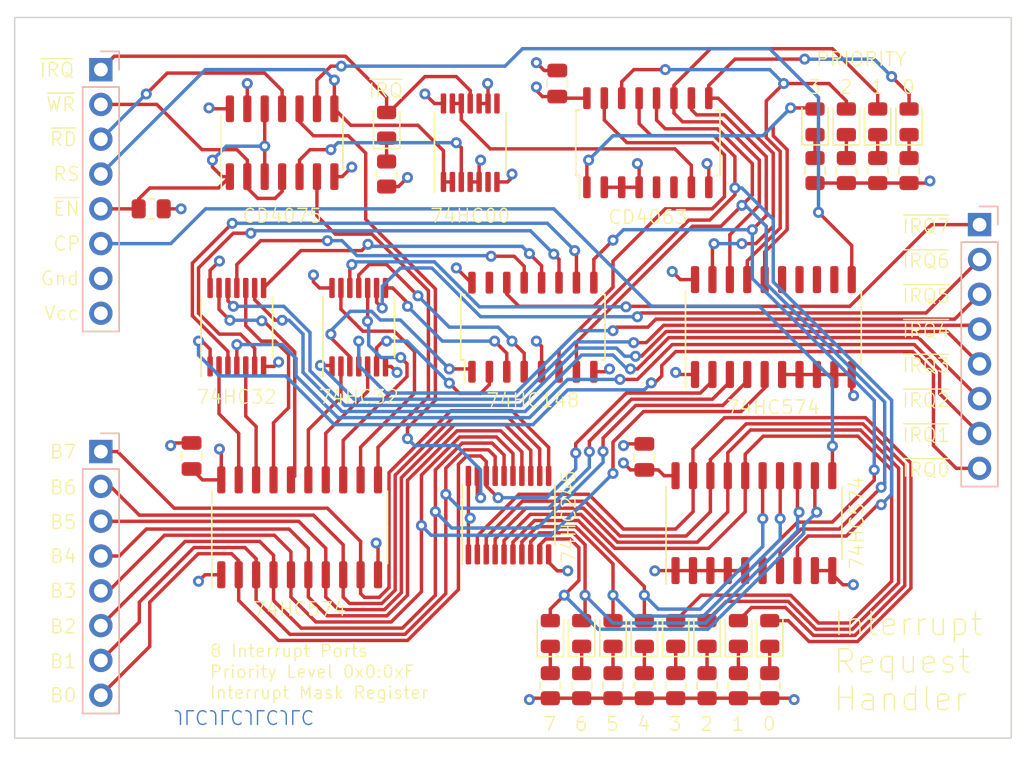
<source format=kicad_pcb>
(kicad_pcb (version 20211014) (generator pcbnew)
  (layers (0 "F.Cu" signal) (1 "In1.Cu" signal) (2 "In2.Cu" signal) (31 "B.Cu" signal) (34 "B.Paste" user) (35 "F.Paste" user) (36 "B.SilkS" user "B.Silkscreen") (37 "F.SilkS" user "F.Silkscreen") (38 "B.Mask" user) (39 "F.Mask" user) (44 "Edge.Cuts" user))
  (net 0 "")
  (net 1 "~{IREQ}")
  (net 2 "~{READ}")
  (net 3 "~{WRITE}")
  (net 4 "CLOCK")
  (net 5 "GND")
  (net 6 "VCC")
  (net 7 "/IRQMASK0")
  (net 8 "/~{EN_IRQ0}")
  (net 9 "/IRQMASK1")
  (net 10 "/~{EN_IRQ1}")
  (net 11 "/~{EN_IRQ2}")
  (net 12 "/IRQMASK2")
  (net 13 "/~{EN_IRQ3}")
  (net 14 "/IRQMASK3")
  (net 15 "/IRQMASK7")
  (net 16 "Net-(U6-Pad14)")
  (net 18 "BUS2")
  (net 19 "BUS1")
  (net 20 "BUS0")
  (net 21 "BUS7")
  (net 22 "BUS6")
  (net 23 "BUS5")
  (net 24 "BUS4")
  (net 25 "BUS3")
  (net 26 "~{IRQ7}")
  (net 27 "~{IRQ6}")
  (net 28 "~{IRQ5}")
  (net 29 "~{IRQ4}")
  (net 30 "~{IRQ3}")
  (net 31 "~{IRQ2}")
  (net 32 "~{IRQ1}")
  (net 33 "~{IRQ0}")
  (net 34 "/IRQMASK6")
  (net 35 "/IRQMASK5")
  (net 36 "/IRQMASK4")
  (net 37 "/~{EN_IRQ4}")
  (net 38 "/~{EN_IRQ5}")
  (net 39 "/~{EN_IRQ6}")
  (net 40 "/~{EN_IRQ7}")
  (net 41 "/AI2")
  (net 42 "/AI1")
  (net 47 "/P3")
  (net 48 "/P2")
  (net 49 "/P1")
  (net 50 "/P0")
  (net 53 "Net-(D1-Pad1)")
  (net 54 "Net-(D2-Pad1)")
  (net 55 "Net-(D3-Pad1)")
  (net 56 "Net-(D4-Pad1)")
  (net 57 "Net-(D5-Pad1)")
  (net 58 "Net-(D6-Pad1)")
  (net 59 "/IP7")
  (net 60 "Net-(D7-Pad1)")
  (net 61 "/IP6")
  (net 62 "Net-(D8-Pad1)")
  (net 63 "/IP5")
  (net 64 "Net-(D9-Pad1)")
  (net 65 "/IP4")
  (net 66 "Net-(D10-Pad1)")
  (net 67 "/IP3")
  (net 68 "Net-(D11-Pad1)")
  (net 69 "/IP2")
  (net 70 "Net-(D12-Pad1)")
  (net 71 "/IP1")
  (net 72 "Net-(D13-Pad1)")
  (net 73 "/IP0")
  (net 74 "/AI0")
  (net 75 "REG_SEL")
  (net 76 "~{EN}")
  (net 77 "Net-(U1-Pad12)")
  (net 78 "~{READ_PORT_ADDR}")
  (net 79 "Net-(U1-Pad3)")
  (net 82 "~{WRITE_MASK}")
  (net 83 "~{WRITE_PRIORITY}")
  (footprint "Package_SO:SOIC-14_3.9x8.7mm_P1.27mm" (layer "F.Cu") (at 101.854 85.344 90)
    (fp_text reference "U5" hide)
    (fp_text value "4075")
  )
  (footprint "Resistor_SMD:R_0805_2012Metric" (layer "F.Cu") (at 109.474 87.63 -90)
    (fp_text reference "R1" hide)
    (fp_text value "R_US" hide)
  )
  (footprint "Package_SO:SOIC-16_4.55x10.3mm_P1.27mm" (layer "F.Cu") (at 120.142 98.806 90)
    (fp_text reference "U6" hide)
    (fp_text value "74LS148" hide)
  )
  (footprint "Package_SO:SO-20_5.3x12.6mm_P1.27mm" (layer "F.Cu") (at 136.26 113.106 90)
    (fp_text reference "U9" hide)
    (fp_text value "74LS574" hide)
  )
  (footprint "Package_SO:SO-20_5.3x12.6mm_P1.27mm" (layer "F.Cu") (at 103.132 113.41 90)
    (fp_text reference "U3" hide)
    (fp_text value "74LS574" hide)
  )
  (footprint "LED_SMD:LED_0805_2012Metric" (layer "F.Cu") (at 123.698 121.158 90)
    (fp_text reference "D7" hide)
    (fp_text value "LED" hide)
  )
  (footprint "LED_SMD:LED_0805_2012Metric" (layer "F.Cu") (at 109.474 84.074 90)
    (fp_text reference "D1" hide)
    (fp_text value "LED" hide)
  )
  (footprint "Resistor_SMD:R_0805_2012Metric" (layer "F.Cu") (at 145.288 87.376 -90)
    (fp_text reference "R3" hide)
    (fp_text value "R_US" hide)
  )
  (footprint "Package_SO:TSSOP-14_4.4x5mm_P0.65mm" (layer "F.Cu") (at 107.442 98.806 90)
    (fp_text reference "U4" hide)
    (fp_text value "74LS32" hide)
  )
  (footprint "LED_SMD:LED_0805_2012Metric" (layer "F.Cu") (at 132.842 121.158 90)
    (fp_text reference "D11" hide)
    (fp_text value "LED" hide)
  )
  (footprint "LED_SMD:LED_0805_2012Metric" (layer "F.Cu") (at 137.414 121.158 90)
    (fp_text reference "D13" hide)
    (fp_text value "LED")
  )
  (footprint "Resistor_SMD:R_0805_2012Metric" (layer "F.Cu") (at 92.3055 90.17)
    (fp_text reference "R14" hide)
    (fp_text value "R_US")
  )
  (footprint "Resistor_SMD:R_0805_2012Metric" (layer "F.Cu") (at 135.128 124.968 -90)
    (fp_text reference "R12" hide)
    (fp_text value "R_US" hide)
  )
  (footprint "Capacitor_SMD:C_0805_2012Metric" (layer "F.Cu") (at 128.27 108.27 90)
    (fp_text reference "C2" hide)
    (fp_text value "C")
  )
  (footprint "Resistor_SMD:R_0805_2012Metric" (layer "F.Cu") (at 147.574 87.376 -90)
    (fp_text reference "R2" hide)
    (fp_text value "R_US" hide)
  )
  (footprint "LED_SMD:LED_0805_2012Metric" (layer "F.Cu") (at 121.412 121.158 90)
    (fp_text reference "D6" hide)
    (fp_text value "LED" hide)
  )
  (footprint "LED_SMD:LED_0805_2012Metric" (layer "F.Cu") (at 130.556 121.158 90)
    (fp_text reference "D10" hide)
    (fp_text value "LED" hide)
  )
  (footprint "LED_SMD:LED_0805_2012Metric" (layer "F.Cu") (at 145.288 83.82 90)
    (fp_text reference "D3" hide)
    (fp_text value "LED" hide)
  )
  (footprint "Package_SO:TSSOP-20_4.4x6.5mm_P0.65mm" (layer "F.Cu") (at 118.364 112.522 90)
    (fp_text reference "U10" hide)
    (fp_text value "74LS245" hide)
  )
  (footprint "Resistor_SMD:R_0805_2012Metric" (layer "F.Cu") (at 130.556 124.968 -90)
    (fp_text reference "R10" hide)
    (fp_text value "R_US" hide)
  )
  (footprint "Resistor_SMD:R_0805_2012Metric" (layer "F.Cu") (at 123.698 124.968 -90)
    (fp_text reference "R7" hide)
    (fp_text value "R_US" hide)
  )
  (footprint "Resistor_SMD:R_0805_2012Metric" (layer "F.Cu") (at 128.27 124.968 -90)
    (fp_text reference "R9" hide)
    (fp_text value "R_US" hide)
  )
  (footprint "Resistor_SMD:R_0805_2012Metric" (layer "F.Cu") (at 121.412 124.968 -90)
    (fp_text reference "R6" hide)
    (fp_text value "R_US" hide)
  )
  (footprint "LED_SMD:LED_0805_2012Metric" (layer "F.Cu") (at 140.716 83.82 90)
    (fp_text reference "D5" hide)
    (fp_text value "LED" hide)
  )
  (footprint "Capacitor_SMD:C_0805_2012Metric" (layer "F.Cu") (at 121.92 81.026 90)
    (fp_text reference "C3" hide)
    (fp_text value "C")
  )
  (footprint "Package_SO:SO-20_5.3x12.6mm_P1.27mm" (layer "F.Cu") (at 137.68 98.796 90)
    (fp_text reference "U7" hide)
    (fp_text value "74LS574" hide)
  )
  (footprint "Capacitor_SMD:C_0805_2012Metric" (layer "F.Cu") (at 95.25 108.204 90)
    (fp_text reference "C1" hide)
    (fp_text value "C")
  )
  (footprint "LED_SMD:LED_0805_2012Metric" (layer "F.Cu") (at 135.128 121.158 90)
    (fp_text reference "D12" hide)
    (fp_text value "LED" hide)
  )
  (footprint "LED_SMD:LED_0805_2012Metric" (layer "F.Cu") (at 143.002 83.82 90)
    (fp_text reference "D4" hide)
    (fp_text value "LED" hide)
  )
  (footprint "Package_SO:TSSOP-14_4.4x5mm_P0.65mm" (layer "F.Cu") (at 98.552 98.806 90)
    (fp_text reference "U2" hide)
    (fp_text value "74LS32" hide)
  )
  (footprint "Resistor_SMD:R_0805_2012Metric" (layer "F.Cu") (at 140.716 87.376 -90)
    (fp_text reference "R5" hide)
    (fp_text value "R_US" hide)
  )
  (footprint "LED_SMD:LED_0805_2012Metric" (layer "F.Cu") (at 125.984 121.158 90)
    (fp_text reference "D8" hide)
    (fp_text value "LED" hide)
  )
  (footprint "Resistor_SMD:R_0805_2012Metric" (layer "F.Cu") (at 132.842 124.968 -90)
    (fp_text reference "R11" hide)
    (fp_text value "R_US" hide)
  )
  (footprint "Resistor_SMD:R_0805_2012Metric" (layer "F.Cu") (at 143.002 87.376 -90)
    (fp_text reference "R4" hide)
    (fp_text value "R_US" hide)
  )
  (footprint "Package_SO:TSSOP-14_4.4x5mm_P0.65mm" (layer "F.Cu") (at 115.57 85.344 90)
    (fp_text reference "U1" hide)
    (fp_text value "74LS00")
  )
  (footprint "Resistor_SMD:R_0805_2012Metric" (layer "F.Cu") (at 137.414 124.968 -90)
    (fp_text reference "R13" hide)
    (fp_text value "R_US")
  )
  (footprint "LED_SMD:LED_0805_2012Metric" (layer "F.Cu") (at 147.574 83.82 90)
    (fp_text reference "D2" hide)
    (fp_text value "LED" hide)
  )
  (footprint "LED_SMD:LED_0805_2012Metric" (layer "F.Cu") (at 128.27 121.158 90)
    (fp_text reference "D9" hide)
    (fp_text value "LED" hide)
  )
  (footprint "Package_SO:SOIC-16_4.55x10.3mm_P1.27mm" (layer "F.Cu") (at 128.524 85.344 90)
    (fp_text reference "U8" hide)
    (fp_text value "74LS85" hide)
  )
  (footprint "Resistor_SMD:R_0805_2012Metric" (layer "F.Cu") (at 125.984 124.968 -90)
    (fp_text reference "R8" hide)
    (fp_text value "R_US" hide)
  )
  (footprint "Connector_PinHeader_2.54mm:PinHeader_1x08_P2.54mm_Vertical" (layer "B.Cu") (at 152.714 91.325 180)
    (fp_text reference "J3" hide)
    (fp_text value "Conn_01x08" hide)
  )
  (footprint "Connector_PinHeader_2.54mm:PinHeader_1x08_P2.54mm_Vertical" (layer "B.Cu") (at 88.636 80.01 180)
    (fp_text reference "J1" hide)
    (fp_text value "Conn_01x08")
  )
  (footprint "Connector_PinHeader_2.54mm:PinHeader_1x08_P2.54mm_Vertical" (layer "B.Cu") (at 88.636 107.885 180)
    (fp_text reference "J2" hide)
    (fp_text value "Conn_01x08" hide)
  )
  (gr_rect (start 155.024 76.206) (end 82.352 128.798) (layer "Edge.Cuts") (width 0.1) (fill none))
  (gr_text "JLCJLCJLCJLC" (at 99.06 127.254 180) (layer "B.Cu") (effects (font (size 1 1) (thickness 0.1)) (justify mirror)))
  (gr_text "Interrupt Mask Register" (at 96.52 125.476) (layer "F.SilkS") (effects (font (size 0.9 0.9) (thickness 0.1)) (justify left)))
  (gr_text "1" (at 135.636 127.762) (layer "F.SilkS") (effects (font (size 1 1) (thickness 0.1)) (justify right)))
  (gr_text "B2" (at 84.846 120.65) (layer "F.SilkS") (effects (font (size 1 1) (thickness 0.1)) (justify left)))
  (gr_text "~{IRQ1}" (at 150.622 106.68) (layer "F.SilkS") (effects (font (size 1 1) (thickness 0.1)) (justify right)))
  (gr_text "~{IRQ3}" (at 150.622 101.6) (layer "F.SilkS") (effects (font (size 1 1) (thickness 0.1)) (justify right)))
  (gr_text "~{IRQ0}" (at 150.622 109.22) (layer "F.SilkS") (effects (font (size 1 1) (thickness 0.1)) (justify right)))
  (gr_text "B7" (at 84.836 107.9) (layer "F.SilkS") (effects (font (size 1 1) (thickness 0.1)) (justify left)))
  (gr_text "2" (at 133.35 127.762) (layer "F.SilkS") (effects (font (size 1 1) (thickness 0.1)) (justify right)))
  (gr_text "CP" (at 85.09 92.71) (layer "F.SilkS") (effects (font (size 1 1) (thickness 0.1)) (justify left)))
  (gr_text "3" (at 141.224 81.28) (layer "F.SilkS") (effects (font (size 1 1) (thickness 0.1)) (justify right)))
  (gr_text "B1" (at 84.846 123.19) (layer "F.SilkS") (effects (font (size 1 1) (thickness 0.1)) (justify left)))
  (gr_text "~{IRQ4}" (at 150.622 99.06) (layer "F.SilkS") (effects (font (size 1 1) (thickness 0.1)) (justify right)))
  (gr_text "~{IRQ}" (at 84.1 80.03) (layer "F.SilkS") (effects (font (size 1 1) (thickness 0.1)) (justify left)))
  (gr_text "6" (at 124.206 127.762) (layer "F.SilkS") (effects (font (size 1 1) (thickness 0.1)) (justify right)))
  (gr_text "Vcc" (at 87.122 97.79) (layer "F.SilkS") (effects (font (size 1 1) (thickness 0.1)) (justify right)))
  (gr_text "~{IRQ5}" (at 150.622 96.52) (layer "F.SilkS") (effects (font (size 1 1) (thickness 0.1)) (justify right)))
  (gr_text "Gnd" (at 87.122 95.25) (layer "F.SilkS") (effects (font (size 1 1) (thickness 0.1)) (justify right)))
  (gr_text "7" (at 121.92 127.762) (layer "F.SilkS") (effects (font (size 1 1) (thickness 0.1)) (justify right)))
  (gr_text "B0" (at 84.846 125.66) (layer "F.SilkS") (effects (font (size 1 1) (thickness 0.1)) (justify left)))
  (gr_text "~{IRQ6}" (at 150.622 93.98) (layer "F.SilkS") (effects (font (size 1 1) (thickness 0.1)) (justify right)))
  (gr_text "0" (at 137.922 127.762) (layer "F.SilkS") (effects (font (size 1 1) (thickness 0.1)) (justify right)))
  (gr_text "2" (at 143.51 81.28) (layer "F.SilkS") (effects (font (size 1 1) (thickness 0.1)) (justify right)))
  (gr_text "Interrupt \nRequest \nHandler" (at 141.986 123.19) (layer "F.SilkS") (effects (font (size 1.7 1.7) (thickness 0.1)) (justify left)))
  (gr_text "B6" (at 84.846 110.5) (layer "F.SilkS") (effects (font (size 1 1) (thickness 0.1)) (justify left)))
  (gr_text "1" (at 145.796 81.28) (layer "F.SilkS") (effects (font (size 1 1) (thickness 0.1)) (justify right)))
  (gr_text "B3" (at 84.846 118.05) (layer "F.SilkS") (effects (font (size 1 1) (thickness 0.1)) (justify left)))
  (gr_text "PRIORITY" (at 140.716 79.248) (layer "F.SilkS") (effects (font (size 1 1) (thickness 0.1)) (justify left)))
  (gr_text "0" (at 148.082 81.28) (layer "F.SilkS") (effects (font (size 1 1) (thickness 0.1)) (justify right)))
  (gr_text "B4" (at 84.854 115.52) (layer "F.SilkS") (effects (font (size 1 1) (thickness 0.1)) (justify left)))
  (gr_text "~{IRQ2}" (at 150.622 104.14) (layer "F.SilkS") (effects (font (size 1 1) (thickness 0.1)) (justify right)))
  (gr_text "~{WR}" (at 84.582 82.55) (layer "F.SilkS") (effects (font (size 1 1) (thickness 0.1)) (justify left)))
  (gr_text "5" (at 126.492 127.762) (layer "F.SilkS") (effects (font (size 1 1) (thickness 0.1)) (justify right)))
  (gr_text "3" (at 131.064 127.762) (layer "F.SilkS") (effects (font (size 1 1) (thickness 0.1)) (justify right)))
  (gr_text "Priority Level 0x0:0xF" (at 96.52 123.952) (layer "F.SilkS") (effects (font (size 0.9 0.9) (thickness 0.1)) (justify left)))
  (gr_text "~{RD}" (at 84.836 85.09) (layer "F.SilkS") (effects (font (size 1 1) (thickness 0.1)) (justify left)))
  (gr_text "4" (at 128.778 127.762) (layer "F.SilkS") (effects (font (size 1 1) (thickness 0.1)) (justify right)))
  (gr_text "RS" (at 85.09 87.63) (layer "F.SilkS") (effects (font (size 1 1) (thickness 0.1)) (justify left)))
  (gr_text "B5" (at 84.854 113.03) (layer "F.SilkS") (effects (font (size 1 1) (thickness 0.1)) (justify left)))
  (gr_text "~{EN}" (at 85.09 90.17) (layer "F.SilkS") (effects (font (size 1 1) (thickness 0.1)) (justify left)))
  (gr_text "8 Interrupt Ports" (at 96.52 122.428) (layer "F.SilkS") (effects (font (size 0.9 0.9) (thickness 0.1)) (justify left)))
  (gr_text "~{IRQ7}" (at 150.622 91.44) (layer "F.SilkS") (effects (font (size 1 1) (thickness 0.1)) (justify right)))
  (gr_text "~{IRQ}" (at 110.744 81.534) (layer "F.SilkS") (effects (font (size 1 1) (thickness 0.1)) (justify right)))
  (segment (start 109.474 82.0334) (end 109.474 83.1365) (width 0.25) (layer "F.Cu") (net 1))
  (segment (start 115.57 81.534) (end 114.554 80.518) (width 0.25) (layer "F.Cu") (net 1))
  (segment (start 89.614501 79.031499) (end 106.472099 79.031499) (width 0.25) (layer "F.Cu") (net 1))
  (segment (start 114.554 80.518) (end 112.268 80.518) (width 0.25) (layer "F.Cu") (net 1))
  (segment (start 88.636 80.01) (end 89.614501 79.031499) (width 0.25) (layer "F.Cu") (net 1))
  (segment (start 112.268 80.518) (end 109.6495 83.1365) (width 0.25) (layer "F.Cu") (net 1))
  (segment (start 115.57 82.4815) (end 115.57 81.534) (width 0.25) (layer "F.Cu") (net 1))
  (segment (start 109.6495 83.1365) (end 109.474 83.1365) (width 0.25) (layer "F.Cu") (net 1))
  (segment (start 106.472099 79.031499) (end 109.474 82.0334) (width 0.25) (layer "F.Cu") (net 1))
  (segment (start 101.854 82.869) (end 101.854 81.534) (width 0.25) (layer "F.Cu") (net 2))
  (segment (start 100.584 80.264) (end 100.076 80.264) (width 0.25) (layer "F.Cu") (net 2))
  (segment (start 100.076 80.264) (end 93.472 80.264) (width 0.25) (layer "F.Cu") (net 2))
  (segment (start 93.472 80.264) (end 92.202 81.534) (width 0.25) (layer "F.Cu") (net 2))
  (segment (start 101.6 81.28) (end 100.584 80.264) (width 0.25) (layer "F.Cu") (net 2))
  (segment (start 101.854 81.534) (end 101.6 81.28) (width 0.25) (layer "F.Cu") (net 2))
  (segment (start 92.202 81.534) (end 91.948 81.788) (width 0.25) (layer "F.Cu") (net 2))
  (via (at 91.948 81.788) (size 0.8) (drill 0.4) (layers "F.Cu" "B.Cu") (net 2))
  (segment (start 91.948 81.788) (end 91.938 81.788) (width 0.25) (layer "B.Cu") (net 2))
  (segment (start 91.938 81.788) (end 88.636 85.09) (width 0.25) (layer "B.Cu") (net 2))
  (segment (start 92.71 82.55) (end 96.012 85.852) (width 0.25) (layer "F.Cu") (net 3))
  (segment (start 101.854 88.9) (end 101.854 87.819) (width 0.25) (layer "F.Cu") (net 3))
  (segment (start 96.012 85.852) (end 98.552 85.852) (width 0.25) (layer "F.Cu") (net 3))
  (segment (start 88.636 82.55) (end 92.71 82.55) (width 0.25) (layer "F.Cu") (net 3))
  (segment (start 101.346 89.408) (end 101.854 88.9) (width 0.25) (layer "F.Cu") (net 3))
  (segment (start 100.076 89.408) (end 101.346 89.408) (width 0.25) (layer "F.Cu") (net 3))
  (segment (start 99.314 87.819) (end 99.314 88.646) (width 0.25) (layer "F.Cu") (net 3))
  (segment (start 98.552 85.852) (end 99.314 86.614) (width 0.25) (layer "F.Cu") (net 3))
  (segment (start 99.314 86.614) (end 99.314 87.819) (width 0.25) (layer "F.Cu") (net 3))
  (segment (start 99.314 88.646) (end 100.076 89.408) (width 0.25) (layer "F.Cu") (net 3))
  (segment (start 141.986 109.6325) (end 141.986 107.483033) (width 0.25) (layer "F.Cu") (net 4))
  (segment (start 141.975 109.6435) (end 141.986 109.6325) (width 0.25) (layer "F.Cu") (net 4))
  (via (at 141.986 107.483033) (size 0.8) (drill 0.4) (layers "F.Cu" "B.Cu") (net 4))
  (segment (start 88.636 92.71) (end 93.726 92.71) (width 0.25) (layer "B.Cu") (net 4))
  (segment (start 141.986 102.616) (end 141.986 107.483033) (width 0.25) (layer "B.Cu") (net 4))
  (segment (start 128.778 97.282) (end 136.652 97.282) (width 0.25) (layer "B.Cu") (net 4))
  (segment (start 136.652 97.282) (end 141.986 102.616) (width 0.25) (layer "B.Cu") (net 4))
  (segment (start 96.266 90.17) (end 121.666 90.17) (width 0.25) (layer "B.Cu") (net 4))
  (segment (start 121.666 90.17) (end 128.778 97.282) (width 0.25) (layer "B.Cu") (net 4))
  (segment (start 93.726 92.71) (end 96.266 90.17) (width 0.25) (layer "B.Cu") (net 4))
  (segment (start 131.965 102.2585) (end 130.7065 102.2585) (width 0.25) (layer "F.Cu") (net 5))
  (segment (start 127.889 88.594) (end 125.349 88.594) (width 0.25) (layer "F.Cu") (net 5))
  (segment (start 141.975 116.5685) (end 141.975 116.829) (width 0.25) (layer "F.Cu") (net 5))
  (segment (start 109.392 101.6685) (end 109.7965 101.6685) (width 0.25) (layer "F.Cu") (net 5))
  (segment (start 110.3395 88.5425) (end 110.998 87.884) (width 0.25) (layer "F.Cu") (net 5))
  (segment (start 137.414 125.8805) (end 139.0885 125.8805) (width 0.25) (layer "F.Cu") (net 5))
  (segment (start 116.22 88.2065) (end 115.57 88.2065) (width 0.25) (layer "F.Cu") (net 5))
  (segment (start 116.22 88.2065) (end 116.22 86.726) (width 0.25) (layer "F.Cu") (net 5))
  (segment (start 127.889 86.995) (end 127.762 86.868) (width 0.25) (layer "F.Cu") (net 5))
  (segment (start 126.876598 107.32) (end 126.750299 107.446299) (width 0.25) (layer "F.Cu") (net 5))
  (segment (start 148.9475 88.2885) (end 149.098 88.138) (width 0.25) (layer "F.Cu") (net 5))
  (segment (start 109.474 88.5425) (end 110.3395 88.5425) (width 0.25) (layer "F.Cu") (net 5))
  (segment (start 96.2335 116.8725) (end 95.758 117.348) (width 0.25) (layer "F.Cu") (net 5))
  (segment (start 121.412 125.8805) (end 137.414 125.8805) (width 0.25) (layer "F.Cu") (net 5))
  (segment (start 138.315 102.2585) (end 143.395 102.2585) (width 0.25) (layer "F.Cu") (net 5))
  (segment (start 124.587 102.056) (end 125.528 102.056) (width 0.25) (layer "F.Cu") (net 5))
  (segment (start 97.417 116.8725) (end 96.2335 116.8725) (width 0.25) (layer "F.Cu") (net 5))
  (segment (start 132.969 86.995) (end 132.842 86.868) (width 0.25) (layer "F.Cu") (net 5))
  (segment (start 95.25 107.254) (end 93.914 107.254) (width 0.25) (layer "F.Cu") (net 5))
  (segment (start 100.502 101.6685) (end 101.2775 101.6685) (width 0.25) (layer "F.Cu") (net 5))
  (segment (start 140.716 88.2885) (end 147.574 88.2885) (width 0.25) (layer "F.Cu") (net 5))
  (segment (start 139.0885 125.8805) (end 139.192 125.984) (width 0.25) (layer "F.Cu") (net 5))
  (segment (start 125.528 102.056) (end 125.73 101.854) (width 0.25) (layer "F.Cu") (net 5))
  (segment (start 143.395 102.2585) (end 143.395 103.669935) (width 0.25) (layer "F.Cu") (net 5))
  (segment (start 120.97 80.076) (end 120.396 79.502) (width 0.25) (layer "F.Cu") (net 5))
  (segment (start 127.889 88.594) (end 127.889 86.995) (width 0.25) (layer "F.Cu") (net 5))
  (segment (start 120.777 100.203) (end 120.396 99.822) (width 0.25) (layer "F.Cu") (net 5))
  (segment (start 130.7065 102.2585) (end 130.556 102.108) (width 0.25) (layer "F.Cu") (net 5))
  (segment (start 116.22 86.726) (end 116.332 86.614) (width 0.25) (layer "F.Cu") (net 5))
  (segment (start 121.92 116.586) (end 122.682 116.586) (width 0.25) (layer "F.Cu") (net 5))
  (segment (start 101.2775 101.6685) (end 101.597851 101.348149) (width 0.25) (layer "F.Cu") (net 5))
  (segment (start 147.574 88.2885) (end 148.9475 88.2885) (width 0.25) (layer "F.Cu") (net 5))
  (segment (start 141.975 116.829) (end 142.748 117.602) (width 0.25) (layer "F.Cu") (net 5))
  (segment (start 121.412 125.8805) (end 119.9915 125.8805) (width 0.25) (layer "F.Cu") (net 5))
  (segment (start 117.52 88.2065) (end 118.2955 88.2065) (width 0.25) (layer "F.Cu") (net 5))
  (segment (start 121.289 115.955) (end 121.92 116.586) (width 0.25) (layer "F.Cu") (net 5))
  (segment (start 105.664 87.819) (end 106.237 87.819) (width 0.25) (layer "F.Cu") (net 5))
  (segment (start 106.237 87.819) (end 106.934 87.122) (width 0.25) (layer "F.Cu") (net 5))
  (segment (start 143.395 103.669935) (end 143.52802 103.802955) (width 0.25) (layer "F.Cu") (net 5))
  (segment (start 93.914 107.254) (end 93.726 107.442) (width 0.25) (layer "F.Cu") (net 5))
  (segment (start 140.705 116.5685) (end 141.975 116.5685) (width 0.25) (layer "F.Cu") (net 5))
  (segment (start 99.314 82.869) (end 99.314 81.026) (width 0.25) (layer "F.Cu") (net 5))
  (segment (start 116.87 82.4815) (end 116.87 81.056) (width 0.25) (layer "F.Cu") (net 5))
  (segment (start 132.969 88.594) (end 132.969 86.995) (width 0.25) (layer "F.Cu") (net 5))
  (segment (start 116.87 81.056) (end 116.84 81.026) (width 0.25) (layer "F.Cu") (net 5))
  (segment (start 142.748 117.602) (end 143.51 117.602) (width 0.25) (layer "F.Cu") (net 5))
  (segment (start 121.92 80.076) (end 120.97 80.076) (width 0.25) (layer "F.Cu") (net 5))
  (segment (start 109.7965 101.6685) (end 110.236 102.108) (width 0.25) (layer "F.Cu") (net 5))
  (segment (start 116.22 82.4815) (end 116.87 82.4815) (width 0.25) (layer "F.Cu") (net 5))
  (segment (start 120.777 102.056) (end 120.777 100.203) (width 0.25) (layer "F.Cu") (net 5))
  (segment (start 118.618 87.884) (end 118.618 87.63) (width 0.25) (layer "F.Cu") (net 5))
  (segment (start 108.847 116.8725) (end 108.847 114.689) (width 0.25) (layer "F.Cu") (net 5))
  (segment (start 119.9915 125.8805) (end 119.888 125.984) (width 0.25) (layer "F.Cu") (net 5))
  (segment (start 118.2955 88.2065) (end 118.618 87.884) (width 0.25) (layer "F.Cu") (net 5))
  (segment (start 108.847 114.689) (end 108.712 114.554) (width 0.25) (layer "F.Cu") (net 5))
  (segment (start 128.27 107.32) (end 126.876598 107.32) (width 0.25) (layer "F.Cu") (net 5))
  (segment (start 121.289 115.3845) (end 121.289 115.955) (width 0.25) (layer "F.Cu") (net 5))
  (via (at 143.52802 103.802955) (size 0.8) (drill 0.4) (layers "F.Cu" "B.Cu") (net 5))
  (via (at 125.73 101.854) (size 0.8) (drill 0.4) (layers "F.Cu" "B.Cu") (net 5))
  (via (at 116.84 81.026) (size 0.8) (drill 0.4) (layers "F.Cu" "B.Cu") (net 5))
  (via (at 99.314 81.026) (size 0.8) (drill 0.4) (layers "F.Cu" "B.Cu") (net 5))
  (via (at 108.712 114.554) (size 0.8) (drill 0.4) (layers "F.Cu" "B.Cu") (net 5))
  (via (at 119.888 125.984) (size 0.8) (drill 0.4) (layers "F.Cu" "B.Cu") (net 5))
  (via (at 93.726 107.442) (size 0.8) (drill 0.4) (layers "F.Cu" "B.Cu") (net 5))
  (via (at 110.998 87.884) (size 0.8) (drill 0.4) (layers "F.Cu" "B.Cu") (net 5))
  (via (at 143.51 117.602) (size 0.8) (drill 0.4) (layers "F.Cu" "B.Cu") (net 5))
  (via (at 127.762 86.868) (size 0.8) (drill 0.4) (layers "F.Cu" "B.Cu") (net 5))
  (via (at 126.750299 107.446299) (size 0.8) (drill 0.4) (layers "F.Cu" "B.Cu") (net 5))
  (via (at 122.682 116.586) (size 0.8) (drill 0.4) (layers "F.Cu" "B.Cu") (net 5))
  (via (at 130.556 102.108) (size 0.8) (drill 0.4) (layers "F.Cu" "B.Cu") (net 5))
  (via (at 95.758 117.348) (size 0.8) (drill 0.4) (layers "F.Cu" "B.Cu") (net 5))
  (via (at 118.618 87.63) (size 0.8) (drill 0.4) (layers "F.Cu" "B.Cu") (net 5))
  (via (at 110.236 102.108) (size 0.8) (drill 0.4) (layers "F.Cu" "B.Cu") (net 5))
  (via (at 120.396 99.822) (size 0.8) (drill 0.4) (layers "F.Cu" "B.Cu") (net 5))
  (via (at 120.396 79.502) (size 0.8) (drill 0.4) (layers "F.Cu" "B.Cu") (net 5))
  (via (at 101.597851 101.348149) (size 0.8) (drill 0.4) (layers "F.Cu" "B.Cu") (net 5))
  (via (at 139.192 125.984) (size 0.8) (drill 0.4) (layers "F.Cu" "B.Cu") (net 5))
  (via (at 149.098 88.138) (size 0.8) (drill 0.4) (layers "F.Cu" "B.Cu") (net 5))
  (via (at 106.934 87.122) (size 0.8) (drill 0.4) (layers "F.Cu" "B.Cu") (net 5))
  (via (at 116.332 86.614) (size 0.8) (drill 0.4) (layers "F.Cu" "B.Cu") (net 5))
  (via (at 132.842 86.868) (size 0.8) (drill 0.4) (layers "F.Cu" "B.Cu") (net 5))
  (segment (start 131.965 95.3335) (end 130.8935 95.3335) (width 0.25) (layer "F.Cu") (net 6))
  (segment (start 121.92 81.976) (end 120.838 81.976) (width 0.25) (layer "F.Cu") (net 6))
  (segment (start 115.57 112.7385) (end 115.439 112.8695) (width 0.25) (layer "F.Cu") (net 6))
  (segment (start 93.218 90.17) (end 94.488 90.17) (width 0.25) (layer "F.Cu") (net 6))
  (segment (start 128.27 109.22) (end 129.286 109.22) (width 0.25) (layer "F.Cu") (net 6))
  (segment (start 127.254 109.22) (end 126.746 108.712) (width 0.25) (layer "F.Cu") (net 6))
  (segment (start 128.27 109.22) (end 127.254 109.22) (width 0.25) (layer "F.Cu") (net 6))
  (segment (start 113.62 82.4815) (end 112.9615 82.4815) (width 0.25) (layer "F.Cu") (net 6))
  (segment (start 97.417 107.831) (end 97.282 107.696) (width 0.25) (layer "F.Cu") (net 6))
  (segment (start 115.439 112.6075) (end 115.57 112.7385) (width 0.25) (layer "F.Cu") (net 6))
  (segment (start 97.417 109.9475) (end 97.417 107.831) (width 0.25) (layer "F.Cu") (net 6))
  (segment (start 124.079 82.094) (end 122.038 82.094) (width 0.25) (layer "F.Cu") (net 6))
  (segment (start 115.630598 95.556) (end 114.558299 94.483701) (width 0.25) (layer "F.Cu") (net 6))
  (segment (start 115.439 112.8695) (end 115.439 115.3845) (width 0.25) (layer "F.Cu") (net 6))
  (segment (start 115.439 109.6595) (end 115.439 112.6075) (width 0.25) (layer "F.Cu") (net 6))
  (segment (start 97.417 109.9475) (end 96.0435 109.9475) (width 0.25) (layer "F.Cu") (net 6))
  (segment (start 98.044 82.869) (end 96.585 82.869) (width 0.25) (layer "F.Cu") (net 6))
  (segment (start 130.8935 95.3335) (end 130.302 94.742) (width 0.25) (layer "F.Cu") (net 6))
  (segment (start 104.5795 95.9435) (end 104.14 95.504) (width 0.25) (layer "F.Cu") (net 6))
  (segment (start 129.286 109.22) (end 129.7095 109.6435) (width 0.25) (layer "F.Cu") (net 6))
  (segment (start 96.602 95.9435) (end 96.602 94.66) (width 0.25) (layer "F.Cu") (net 6))
  (segment (start 105.492 95.9435) (end 104.5795 95.9435) (width 0.25) (layer "F.Cu") (net 6))
  (segment (start 96.602 94.66) (end 97.028 94.234) (width 0.25) (layer "F.Cu") (net 6))
  (segment (start 97.028 94.234) (end 97.282 93.98) (width 0.25) (layer "F.Cu") (net 6))
  (segment (start 129.7095 109.6435) (end 130.545 109.6435) (width 0.25) (layer "F.Cu") (net 6))
  (segment (start 112.9615 82.4815) (end 112.268 81.788) (width 0.25) (layer "F.Cu") (net 6))
  (segment (start 96.585 82.869) (end 96.52 82.804) (width 0.25) (layer "F.Cu") (net 6))
  (segment (start 115.697 95.556) (end 115.630598 95.556) (width 0.25) (layer "F.Cu") (net 6))
  (segment (start 120.396 81.534) (end 120.396 81.28) (width 0.25) (layer "F.Cu") (net 6))
  (segment (start 120.838 81.976) (end 120.396 81.534) (width 0.25) (layer "F.Cu") (net 6))
  (segment (start 96.0435 109.9475) (end 95.25 109.154) (width 0.25) (layer "F.Cu") (net 6))
  (segment (start 122.038 82.094) (end 121.92 81.976) (width 0.25) (layer "F.Cu") (net 6))
  (segment (start 104.14 95.504) (end 104.14 94.996) (width 0.25) (layer "F.Cu") (net 6))
  (via (at 97.282 93.98) (size 0.8) (drill 0.4) (layers "F.Cu" "B.Cu") (net 6))
  (via (at 104.14 94.996) (size 0.8) (drill 0.4) (layers "F.Cu" "B.Cu") (net 6))
  (via (at 120.396 81.28) (size 0.8) (drill 0.4) (layers "F.Cu" "B.Cu") (net 6))
  (via (at 126.746 108.712) (size 0.8) (drill 0.4) (layers "F.Cu" "B.Cu") (net 6))
  (via (at 115.57 112.7385) (size 0.8) (drill 0.4) (layers "F.Cu" "B.Cu") (net 6))
  (via (at 97.282 107.696) (size 0.8) (drill 0.4) (layers "F.Cu" "B.Cu") (net 6))
  (via (at 130.302 94.742) (size 0.8) (drill 0.4) (layers "F.Cu" "B.Cu") (net 6))
  (via (at 114.558299 94.483701) (size 0.8) (drill 0.4) (layers "F.Cu" "B.Cu") (net 6))
  (via (at 94.488 90.17) (size 0.8) (drill 0.4) (layers "F.Cu" "B.Cu") (net 6))
  (via (at 96.52 82.804) (size 0.8) (drill 0.4) (layers "F.Cu" "B.Cu") (net 6))
  (via (at 112.268 81.788) (size 0.8) (drill 0.4) (layers "F.Cu" "B.Cu") (net 6))
  (segment (start 98.687 109.9475) (end 98.687 106.561) (width 0.25) (layer "F.Cu") (net 7))
  (segment (start 98.687 106.561) (end 97.252 105.126) (width 0.25) (layer "F.Cu") (net 7))
  (segment (start 97.252 105.126) (end 97.252 101.6685) (width 0.25) (layer "F.Cu") (net 7))
  (segment (start 123.317 93.345) (end 123.19 93.218) (width 0.25) (layer "F.Cu") (net 8))
  (segment (start 97.902 100.569704) (end 95.308489 97.976193) (width 0.25) (layer "F.Cu") (net 8))
  (segment (start 123.317 95.556) (end 123.317 93.345) (width 0.25) (layer "F.Cu") (net 8))
  (segment (start 95.308489 94.136156) (end 98.217577 91.227068) (width 0.25) (layer "F.Cu") (net 8))
  (segment (start 95.308489 97.976193) (end 95.308489 94.136156) (width 0.25) (layer "F.Cu") (net 8))
  (segment (start 97.902 101.6685) (end 97.902 100.569704) (width 0.25) (layer "F.Cu") (net 8))
  (via (at 123.19 93.218) (size 0.8) (drill 0.4) (layers "F.Cu" "B.Cu") (net 8))
  (via (at 98.217577 91.227068) (size 0.8) (drill 0.4) (layers "F.Cu" "B.Cu") (net 8))
  (segment (start 123.19 93.218) (end 121.195499 91.223499) (width 0.25) (layer "B.Cu") (net 8))
  (segment (start 98.221146 91.223499) (end 98.217577 91.227068) (width 0.25) (layer "B.Cu") (net 8))
  (segment (start 121.195499 91.223499) (end 98.221146 91.223499) (width 0.25) (layer "B.Cu") (net 8))
  (segment (start 99.957 109.9475) (end 99.957 106.053) (width 0.25) (layer "F.Cu") (net 9))
  (segment (start 99.202 105.298) (end 99.202 101.6685) (width 0.25) (layer "F.Cu") (net 9))
  (segment (start 99.957 106.053) (end 99.202 105.298) (width 0.25) (layer "F.Cu") (net 9))
  (segment (start 122.047 93.853) (end 121.666 93.472) (width 0.25) (layer "F.Cu") (net 10))
  (segment (start 99.852 100.3514) (end 98.8146 99.314) (width 0.25) (layer "F.Cu") (net 10))
  (segment (start 99.852 101.6685) (end 99.852 100.3514) (width 0.25) (layer "F.Cu") (net 10))
  (segment (start 122.047 95.556) (end 122.047 93.853) (width 0.25) (layer "F.Cu") (net 10))
  (segment (start 95.758 94.4794) (end 98.2894 91.948) (width 0.25) (layer "F.Cu") (net 10))
  (segment (start 97.282 99.314) (end 95.758 97.79) (width 0.25) (layer "F.Cu") (net 10))
  (segment (start 98.2894 91.948) (end 99.568 91.948) (width 0.25) (layer "F.Cu") (net 10))
  (segment (start 98.8146 99.314) (end 97.282 99.314) (width 0.25) (layer "F.Cu") (net 10))
  (segment (start 95.758 97.79) (end 95.758 94.4794) (width 0.25) (layer "F.Cu") (net 10))
  (via (at 121.666 93.472) (size 0.8) (drill 0.4) (layers "F.Cu" "B.Cu") (net 10))
  (via (at 99.568 91.948) (size 0.8) (drill 0.4) (layers "F.Cu" "B.Cu") (net 10))
  (segment (start 99.747001 91.768999) (end 119.962999 91.768999) (width 0.25) (layer "B.Cu") (net 10))
  (segment (start 99.568 91.948) (end 99.747001 91.768999) (width 0.25) (layer "B.Cu") (net 10))
  (segment (start 119.962999 91.768999) (end 121.666 93.472) (width 0.25) (layer "B.Cu") (net 10))
  (segment (start 120.777 94.3235) (end 119.888 93.4345) (width 0.25) (layer "F.Cu") (net 11))
  (segment (start 107.653018 93.218) (end 108.114358 92.75666) (width 0.25) (layer "F.Cu") (net 11))
  (segment (start 100.502 95.9435) (end 103.2275 93.218) (width 0.25) (layer "F.Cu") (net 11))
  (segment (start 103.2275 93.218) (end 107.653018 93.218) (width 0.25) (layer "F.Cu") (net 11))
  (segment (start 120.777 95.556) (end 120.777 94.3235) (width 0.25) (layer "F.Cu") (net 11))
  (via (at 119.888 93.4345) (size 0.8) (drill 0.4) (layers "F.Cu" "B.Cu") (net 11))
  (via (at 108.114358 92.75666) (size 0.8) (drill 0.4) (layers "F.Cu" "B.Cu") (net 11))
  (segment (start 119.888 93.4345) (end 119.359011 92.905511) (width 0.25) (layer "B.Cu") (net 11))
  (segment (start 119.359011 92.905511) (end 108.263209 92.905511) (width 0.25) (layer "B.Cu") (net 11))
  (segment (start 108.263209 92.905511) (end 108.114358 92.75666) (width 0.25) (layer "B.Cu") (net 11))
  (segment (start 102.324501 104.685499) (end 102.324501 100.800501) (width 0.25) (layer "F.Cu") (net 12))
  (segment (start 100.33 99.822) (end 99.202 98.694) (width 0.25) (layer "F.Cu") (net 12))
  (segment (start 102.324501 100.800501) (end 101.346 99.822) (width 0.25) (layer "F.Cu") (net 12))
  (segment (start 101.227 105.783) (end 102.324501 104.685499) (width 0.25) (layer "F.Cu") (net 12))
  (segment (start 101.346 99.822) (end 100.33 99.822) (width 0.25) (layer "F.Cu") (net 12))
  (segment (start 99.202 98.694) (end 99.202 95.9435) (width 0.25) (layer "F.Cu") (net 12))
  (segment (start 101.227 109.9475) (end 101.227 105.783) (width 0.25) (layer "F.Cu") (net 12))
  (segment (start 119.507 94.361) (end 118.776011 93.630011) (width 0.25) (layer "F.Cu") (net 13))
  (segment (start 119.507 95.556) (end 119.507 94.361) (width 0.25) (layer "F.Cu") (net 13))
  (segment (start 98.552 95.9435) (end 98.552 94.234) (width 0.25) (layer "F.Cu") (net 13))
  (segment (start 100.2925 92.4935) (end 105.156 92.4935) (width 0.25) (layer "F.Cu") (net 13))
  (segment (start 98.552 94.234) (end 100.2925 92.4935) (width 0.25) (layer "F.Cu") (net 13))
  (segment (start 118.776011 93.630011) (end 117.094 93.630011) (width 0.25) (layer "F.Cu") (net 13))
  (via (at 105.156 92.4935) (size 0.8) (drill 0.4) (layers "F.Cu" "B.Cu") (net 13))
  (via (at 117.094 93.630011) (size 0.8) (drill 0.4) (layers "F.Cu" "B.Cu") (net 13))
  (segment (start 117.094 93.630011) (end 117.052968 93.588979) (width 0.25) (layer "B.Cu") (net 13))
  (segment (start 117.052968 93.588979) (end 107.313581 93.588979) (width 0.25) (layer "B.Cu") (net 13))
  (segment (start 106.218102 92.4935) (end 105.156 92.4935) (width 0.25) (layer "B.Cu") (net 13))
  (segment (start 107.313581 93.588979) (end 106.218102 92.4935) (width 0.25) (layer "B.Cu") (net 13))
  (segment (start 102.774011 109.670489) (end 102.774011 100.614307) (width 0.25) (layer "F.Cu") (net 14))
  (segment (start 102.497 109.9475) (end 102.774011 109.670489) (width 0.25) (layer "F.Cu") (net 14))
  (segment (start 100.503827 98.344123) (end 100.367524 98.344123) (width 0.25) (layer "F.Cu") (net 14))
  (segment (start 97.252 95.9435) (end 97.252 97.506) (width 0.25) (layer "F.Cu") (net 14))
  (segment (start 102.774011 100.614307) (end 100.503827 98.344123) (width 0.25) (layer "F.Cu") (net 14))
  (segment (start 97.252 97.506) (end 98.044 98.298) (width 0.25) (layer "F.Cu") (net 14))
  (via (at 98.044 98.298) (size 0.8) (drill 0.4) (layers "F.Cu" "B.Cu") (net 14))
  (via (at 100.367524 98.344123) (size 0.8) (drill 0.4) (layers "F.Cu" "B.Cu") (net 14))
  (segment (start 98.044 98.298) (end 100.321401 98.298) (width 0.25) (layer "B.Cu") (net 14))
  (segment (start 100.321401 98.298) (end 100.367524 98.344123) (width 0.25) (layer "B.Cu") (net 14))
  (segment (start 106.142 95.9435) (end 106.142 97.4974) (width 0.25) (layer "F.Cu") (net 15))
  (segment (start 107.577 107.561) (end 107.577 109.9475) (width 0.25) (layer "F.Cu") (net 15))
  (segment (start 110.028099 99.097499) (end 111.506 100.5754) (width 0.25) (layer "F.Cu") (net 15))
  (segment (start 107.742099 99.097499) (end 110.028099 99.097499) (width 0.25) (layer "F.Cu") (net 15))
  (segment (start 111.506 103.632) (end 107.577 107.561) (width 0.25) (layer "F.Cu") (net 15))
  (segment (start 111.506 100.5754) (end 111.506 103.632) (width 0.25) (layer "F.Cu") (net 15))
  (segment (start 106.142 97.4974) (end 107.742099 99.097499) (width 0.25) (layer "F.Cu") (net 15))
  (segment (start 134.112 86.233704) (end 134.112 89.280296) (width 0.25) (layer "F.Cu") (net 16))
  (segment (start 125.349 82.094) (end 125.349 83.693) (width 0.25) (layer "F.Cu") (net 16))
  (segment (start 133.222296 85.344) (end 134.112 86.233704) (width 0.25) (layer "F.Cu") (net 16))
  (segment (start 129.794 90.17) (end 125.984 93.98) (width 0.25) (layer "F.Cu") (net 16))
  (segment (start 125.984 95.884296) (end 124.586296 97.282) (width 0.25) (layer "F.Cu") (net 16))
  (segment (start 125.984 93.98) (end 125.984 95.884296) (width 0.25) (layer "F.Cu") (net 16))
  (segment (start 133.222296 90.17) (end 129.794 90.17) (width 0.25) (layer "F.Cu") (net 16))
  (segment (start 127 85.344) (end 133.222296 85.344) (width 0.25) (layer "F.Cu") (net 16))
  (segment (start 124.586296 97.282) (end 119.126 97.282) (width 0.25) (layer "F.Cu") (net 16))
  (segment (start 134.112 89.280296) (end 133.222296 90.17) (width 0.25) (layer "F.Cu") (net 16))
  (segment (start 118.237 96.393) (end 118.237 95.556) (width 0.25) (layer "F.Cu") (net 16))
  (segment (start 125.349 83.693) (end 127 85.344) (width 0.25) (layer "F.Cu") (net 16))
  (segment (start 119.126 97.282) (end 118.237 96.393) (width 0.25) (layer "F.Cu") (net 16))
  (segment (start 118.039 108.133) (end 118.039 109.6595) (width 0.25) (layer "F.Cu") (net 18))
  (segment (start 101.227 116.8725) (end 101.227 118.753) (width 0.25) (layer "F.Cu") (net 18))
  (segment (start 125.2595 106.8965) (end 125.2595 107.869667) (width 0.25) (layer "F.Cu") (net 18))
  (segment (start 103.240978 120.766978) (end 110.627023 120.766977) (width 0.25) (layer "F.Cu") (net 18))
  (segment (start 101.227 115.451) (end 101.227 116.8725) (width 0.25) (layer "F.Cu") (net 18))
  (segment (start 117.172533 107.266533) (end 118.039 108.133) (width 0.25) (layer "F.Cu") (net 18))
  (segment (start 135.775 102.729592) (end 133.993613 104.510979) (width 0.25) (layer "F.Cu") (net 18))
  (segment (start 101.227 118.753) (end 103.240978 120.766978) (width 0.25) (layer "F.Cu") (net 18))
  (segment (start 135.775 102.2585) (end 135.775 102.729592) (width 0.25) (layer "F.Cu") (net 18))
  (segment (start 133.993613 104.510979) (end 127.645021 104.510979) (width 0.25) (layer "F.Cu") (net 18))
  (segment (start 113.03 109.218592) (end 114.982059 107.266533) (width 0.25) (layer "F.Cu") (net 18))
  (segment (start 127.645021 104.510979) (end 125.2595 106.8965) (width 0.25) (layer "F.Cu") (net 18))
  (segment (start 110.627023 120.766977) (end 113.03 118.364) (width 0.25) (layer "F.Cu") (net 18))
  (segment (start 114.982059 107.266533) (end 117.172533 107.266533) (width 0.25) (layer "F.Cu") (net 18))
  (segment (start 113.03 118.364) (end 113.03 109.218592) (width 0.25) (layer "F.Cu") (net 18))
  (segment (start 88.636 120.585) (end 94.783978 114.437022) (width 0.25) (layer "F.Cu") (net 18))
  (segment (start 100.213022 114.437022) (end 101.227 115.451) (width 0.25) (layer "F.Cu") (net 18))
  (segment (start 94.783978 114.437022) (end 100.213022 114.437022) (width 0.25) (layer "F.Cu") (net 18))
  (via (at 113.03 112.268) (size 0.8) (drill 0.4) (layers "F.Cu" "B.Cu") (net 18))
  (via (at 125.2595 107.869667) (size 0.8) (drill 0.4) (layers "F.Cu" "B.Cu") (net 18))
  (segment (start 114.225001 113.463001) (end 120.470999 113.463001) (width 0.25) (layer "B.Cu") (net 18))
  (segment (start 125.2595 108.6745) (end 125.2595 107.869667) (width 0.25) (layer "B.Cu") (net 18))
  (segment (start 120.470999 113.463001) (end 125.2595 108.6745) (width 0.25) (layer "B.Cu") (net 18))
  (segment (start 113.03 112.268) (end 114.225001 113.463001) (width 0.25) (layer "B.Cu") (net 18))
  (segment (start 116.89849 107.75449) (end 115.129806 107.75449) (width 0.25) (layer "F.Cu") (net 19))
  (segment (start 127.331123 104.061469) (end 124.260145 107.132447) (width 0.25) (layer "F.Cu") (net 19))
  (segment (start 88.636 123.125) (end 91.44 120.321) (width 0.25) (layer "F.Cu") (net 19))
  (segment (start 91.44 118.872) (end 95.425469 114.886531) (width 0.25) (layer "F.Cu") (net 19))
  (segment (start 99.957 118.753) (end 99.957 116.8725) (width 0.25) (layer "F.Cu") (net 19))
  (segment (start 113.792 118.237891) (end 110.813402 121.216489) (width 0.25) (layer "F.Cu") (net 19))
  (segment (start 117.389 109.6595) (end 117.389 108.245) (width 0.25) (layer "F.Cu") (net 19))
  (segment (start 124.260145 107.132447) (end 124.260145 107.8868) (width 0.25) (layer "F.Cu") (net 19))
  (segment (start 134.505 102.2585) (end 134.505 102.79274) (width 0.25) (layer "F.Cu") (net 19))
  (segment (start 113.792 109.092296) (end 113.792 118.237891) (width 0.25) (layer "F.Cu") (net 19))
  (segment (start 99.957 115.705) (end 99.957 116.8725) (width 0.25) (layer "F.Cu") (net 19))
  (segment (start 102.420489 121.216489) (end 99.957 118.753) (width 0.25) (layer "F.Cu") (net 19))
  (segment (start 110.813402 121.216489) (end 102.420489 121.216489) (width 0.25) (layer "F.Cu") (net 19))
  (segment (start 95.425469 114.886531) (end 99.138531 114.886531) (width 0.25) (layer "F.Cu") (net 19))
  (segment (start 91.44 120.321) (end 91.44 118.872) (width 0.25) (layer "F.Cu") (net 19))
  (segment (start 117.389 108.245) (end 116.89849 107.75449) (width 0.25) (layer "F.Cu") (net 19))
  (segment (start 133.236271 104.061469) (end 127.331123 104.061469) (width 0.25) (layer "F.Cu") (net 19))
  (segment (start 99.138531 114.886531) (end 99.957 115.705) (width 0.25) (layer "F.Cu") (net 19))
  (segment (start 115.129806 107.75449) (end 113.792 109.092296) (width 0.25) (layer "F.Cu") (net 19))
  (segment (start 134.505 102.79274) (end 133.236271 104.061469) (width 0.25) (layer "F.Cu") (net 19))
  (via (at 124.260145 107.8868) (size 0.8) (drill 0.4) (layers "F.Cu" "B.Cu") (net 19))
  (via (at 113.792 110.998) (size 0.8) (drill 0.4) (layers "F.Cu" "B.Cu") (net 19))
  (segment (start 121.284296 112.014) (end 124.260145 109.038151) (width 0.25) (layer "B.Cu") (net 19))
  (segment (start 124.260145 109.038151) (end 124.260145 107.8868) (width 0.25) (layer "B.Cu") (net 19))
  (segment (start 113.792 110.998) (end 114.808 112.014) (width 0.25) (layer "B.Cu") (net 19))
  (segment (start 114.808 112.014) (end 121.284296 112.014) (width 0.25) (layer "B.Cu") (net 19))
  (segment (start 114.711063 117.954719) (end 114.711063 108.808937) (width 0.25) (layer "F.Cu") (net 20))
  (segment (start 116.739 109.6595) (end 116.739 110.389) (width 0.25) (layer "F.Cu") (net 20))
  (segment (start 101.6 121.666) (end 110.999782 121.666) (width 0.25) (layer "F.Cu") (net 20))
  (segment (start 98.687 118.753) (end 101.6 121.666) (width 0.25) (layer "F.Cu") (net 20))
  (segment (start 110.999782 121.666) (end 114.711063 117.954719) (width 0.25) (layer "F.Cu") (net 20))
  (segment (start 132.352633 103.611959) (end 126.955486 103.611959) (width 0.25) (layer "F.Cu") (net 20))
  (segment (start 95.737959 115.336041) (end 98.173409 115.336041) (width 0.25) (layer "F.Cu") (net 20))
  (segment (start 116.739 108.611) (end 116.739 109.6595) (width 0.25) (layer "F.Cu") (net 20))
  (segment (start 98.687 115.849632) (end 98.687 116.8725) (width 0.25) (layer "F.Cu") (net 20))
  (segment (start 126.955486 103.611959) (end 123.26572 107.301725) (width 0.25) (layer "F.Cu") (net 20))
  (segment (start 98.173409 115.336041) (end 98.687 115.849632) (width 0.25) (layer "F.Cu") (net 20))
  (segment (start 92.202 118.872) (end 95.737959 115.336041) (width 0.25) (layer "F.Cu") (net 20))
  (segment (start 116.739 110.389) (end 117.602 111.252) (width 0.25) (layer "F.Cu") (net 20))
  (segment (start 92.202 122.099) (end 92.202 118.872) (width 0.25) (layer "F.Cu") (net 20))
  (segment (start 133.235 102.729592) (end 132.352633 103.611959) (width 0.25) (layer "F.Cu") (net 20))
  (segment (start 116.332 108.204) (end 116.739 108.611) (width 0.25) (layer "F.Cu") (net 20))
  (segment (start 88.636 125.665) (end 92.202 122.099) (width 0.25) (layer "F.Cu") (net 20))
  (segment (start 114.711063 108.808937) (end 115.316 108.204) (width 0.25) (layer "F.Cu") (net 20))
  (segment (start 98.687 116.8725) (end 98.687 118.753) (width 0.25) (layer "F.Cu") (net 20))
  (segment (start 115.316 108.204) (end 116.332 108.204) (width 0.25) (layer "F.Cu") (net 20))
  (segment (start 133.235 102.2585) (end 133.235 102.729592) (width 0.25) (layer "F.Cu") (net 20))
  (segment (start 123.26572 107.301725) (end 123.26572 107.987413) (width 0.25) (layer "F.Cu") (net 20))
  (via (at 123.26572 107.987413) (size 0.8) (drill 0.4) (layers "F.Cu" "B.Cu") (net 20))
  (via (at 117.602 111.252) (size 0.8) (drill 0.4) (layers "F.Cu" "B.Cu") (net 20))
  (segment (start 123.26572 109.14428) (end 121.158 111.252) (width 0.25) (layer "B.Cu") (net 20))
  (segment (start 123.26572 107.987413) (end 123.26572 109.14428) (width 0.25) (layer "B.Cu") (net 20))
  (segment (start 121.158 111.252) (end 117.602 111.252) (width 0.25) (layer "B.Cu") (net 20))
  (segment (start 118.618 104.902) (end 114.168068 104.902) (width 0.25) (layer "F.Cu") (net 21))
  (segment (start 109.649467 117.805421) (end 108.935465 118.519423) (width 0.25) (layer "F.Cu") (net 21))
  (segment (start 121.289 107.573) (end 118.618 104.902) (width 0.25) (layer "F.Cu") (net 21))
  (segment (start 88.636 107.885) (end 89.851 107.885) (width 0.25) (layer "F.Cu") (net 21))
  (segment (start 89.851 107.885) (end 93.98 112.014) (width 0.25) (layer "F.Cu") (net 21))
  (segment (start 114.168068 104.902) (end 109.649467 109.420601) (width 0.25) (layer "F.Cu") (net 21))
  (segment (start 93.98 112.014) (end 105.156 112.014) (width 0.25) (layer "F.Cu") (net 21))
  (segment (start 107.577 114.435) (end 107.577 116.8725) (width 0.25) (layer "F.Cu") (net 21))
  (segment (start 108.935465 118.519423) (end 107.851423 118.519423) (width 0.25) (layer "F.Cu") (net 21))
  (segment (start 107.851423 118.519423) (end 107.577 118.245) (width 0.25) (layer "F.Cu") (net 21))
  (segment (start 105.156 112.014) (end 107.577 114.435) (width 0.25) (layer "F.Cu") (net 21))
  (segment (start 121.289 109.6595) (end 121.289 107.573) (width 0.25) (layer "F.Cu") (net 21))
  (segment (start 107.577 118.245) (end 107.577 116.8725) (width 0.25) (layer "F.Cu") (net 21))
  (segment (start 109.649467 109.420601) (end 109.649467 117.805421) (width 0.25) (layer "F.Cu") (net 21))
  (segment (start 120.639 107.685) (end 120.639 109.6595) (width 0.25) (layer "F.Cu") (net 22))
  (segment (start 110.098978 117.991614) (end 110.098979 109.606797) (width 0.25) (layer "F.Cu") (net 22))
  (segment (start 88.636 110.425) (end 89.343 110.425) (width 0.25) (layer "F.Cu") (net 22))
  (segment (start 89.343 110.425) (end 91.44 112.522) (width 0.25) (layer "F.Cu") (net 22))
  (segment (start 109.121658 118.968934) (end 110.098978 117.991614) (width 0.25) (layer "F.Cu") (net 22))
  (segment (start 106.307 118.499) (end 106.776934 118.968934) (width 0.25) (layer "F.Cu") (net 22))
  (segment (start 106.307 116.8725) (end 106.307 118.499) (width 0.25) (layer "F.Cu") (net 22))
  (segment (start 114.295776 105.41) (end 118.364 105.41) (width 0.25) (layer "F.Cu") (net 22))
  (segment (start 106.307 114.689) (end 106.307 116.8725) (width 0.25) (layer "F.Cu") (net 22))
  (segment (start 110.098979 109.606797) (end 114.295776 105.41) (width 0.25) (layer "F.Cu") (net 22))
  (segment (start 106.776934 118.968934) (end 109.121658 118.968934) (width 0.25) (layer "F.Cu") (net 22))
  (segment (start 91.44 112.522) (end 104.14 112.522) (width 0.25) (layer "F.Cu") (net 22))
  (segment (start 118.364 105.41) (end 120.639 107.685) (width 0.25) (layer "F.Cu") (net 22))
  (segment (start 104.14 112.522) (end 106.307 114.689) (width 0.25) (layer "F.Cu") (net 22))
  (segment (start 114.42348 105.918) (end 110.548489 109.792991) (width 0.25) (layer "F.Cu") (net 23))
  (segment (start 110.548489 109.792991) (end 110.548489 118.177807) (width 0.25) (layer "F.Cu") (net 23))
  (segment (start 110.548489 118.177807) (end 109.307851 119.418445) (width 0.25) (layer "F.Cu") (net 23))
  (segment (start 105.037 116.8725) (end 105.037 114.943) (width 0.25) (layer "F.Cu") (net 23))
  (segment (start 103.06551 112.97151) (end 88.64251 112.97151) (width 0.25) (layer "F.Cu") (net 23))
  (segment (start 119.989 107.797) (end 118.11 105.918) (width 0.25) (layer "F.Cu") (net 23))
  (segment (start 109.307851 119.418445) (end 105.956445 119.418445) (width 0.25) (layer "F.Cu") (net 23))
  (segment (start 88.64251 112.97151) (end 88.636 112.965) (width 0.25) (layer "F.Cu") (net 23))
  (segment (start 105.037 118.499) (end 105.037 116.8725) (width 0.25) (layer "F.Cu") (net 23))
  (segment (start 119.989 109.6595) (end 119.989 107.797) (width 0.25) (layer "F.Cu") (net 23))
  (segment (start 118.11 105.918) (end 114.42348 105.918) (width 0.25) (layer "F.Cu") (net 23))
  (segment (start 105.956445 119.418445) (end 105.037 118.499) (width 0.25) (layer "F.Cu") (net 23))
  (segment (start 105.037 114.943) (end 103.06551 112.97151) (width 0.25) (layer "F.Cu") (net 23))
  (segment (start 110.998 109.979184) (end 114.609673 106.367511) (width 0.25) (layer "F.Cu") (net 24))
  (segment (start 109.494044 119.867956) (end 110.998 118.364) (width 0.25) (layer "F.Cu") (net 24))
  (segment (start 102.362 113.538) (end 103.767 114.943) (width 0.25) (layer "F.Cu") (net 24))
  (segment (start 114.609673 106.367511) (end 117.797511 106.367511) (width 0.25) (layer "F.Cu") (net 24))
  (segment (start 103.767 116.8725) (end 103.767 118.499) (width 0.25) (layer "F.Cu") (net 24))
  (segment (start 119.339 107.909) (end 119.339 109.6595) (width 0.25) (layer "F.Cu") (net 24))
  (segment (start 91.948 113.538) (end 102.362 113.538) (width 0.25) (layer "F.Cu") (net 24))
  (segment (start 103.767 114.943) (end 103.767 116.8725) (width 0.25) (layer "F.Cu") (net 24))
  (segment (start 110.998 118.364) (end 110.998 109.979184) (width 0.25) (layer "F.Cu") (net 24))
  (segment (start 89.981 115.505) (end 91.948 113.538) (width 0.25) (layer "F.Cu") (net 24))
  (segment (start 88.636 115.505) (end 89.981 115.505) (width 0.25) (layer "F.Cu") (net 24))
  (segment (start 105.135956 119.867956) (end 109.494044 119.867956) (width 0.25) (layer "F.Cu") (net 24))
  (segment (start 103.767 118.499) (end 105.135956 119.867956) (width 0.25) (layer "F.Cu") (net 24))
  (segment (start 117.797511 106.367511) (end 119.339 107.909) (width 0.25) (layer "F.Cu") (net 24))
  (segment (start 117.485022 106.817022) (end 114.795866 106.817022) (width 0.25) (layer "F.Cu") (net 25))
  (segment (start 88.636 118.045) (end 89.219 118.045) (width 0.25) (layer "F.Cu") (net 25))
  (segment (start 135.322102 104.96049) (end 137.045 103.237592) (width 0.25) (layer "F.Cu") (net 25))
  (segment (start 101.287511 113.987511) (end 102.497 115.197) (width 0.25) (layer "F.Cu") (net 25))
  (segment (start 125.984 109.474) (end 125.984 107.188) (width 0.25) (layer "F.Cu") (net 25))
  (segment (start 137.045 103.237592) (end 137.045 102.2585) (width 0.25) (layer "F.Cu") (net 25))
  (segment (start 112.014 109.598888) (end 112.014 118.11) (width 0.25) (layer "F.Cu") (net 25))
  (segment (start 102.497 118.499) (end 102.497 116.8725) (width 0.25) (layer "F.Cu") (net 25))
  (segment (start 128.21151 104.96049) (end 135.322102 104.96049) (width 0.25) (layer "F.Cu") (net 25))
  (segment (start 102.497 115.197) (end 102.497 116.8725) (width 0.25) (layer "F.Cu") (net 25))
  (segment (start 118.689 109.6595) (end 118.689 108.021) (width 0.25) (layer "F.Cu") (net 25))
  (segment (start 125.984 107.188) (end 128.21151 104.96049) (width 0.25) (layer "F.Cu") (net 25))
  (segment (start 89.219 118.045) (end 93.276489 113.987511) (width 0.25) (layer "F.Cu") (net 25))
  (segment (start 93.276489 113.987511) (end 101.287511 113.987511) (width 0.25) (layer "F.Cu") (net 25))
  (segment (start 112.014 118.11) (end 109.806533 120.317467) (width 0.25) (layer "F.Cu") (net 25))
  (segment (start 109.806533 120.317467) (end 104.315467 120.317467) (width 0.25) (layer "F.Cu") (net 25))
  (segment (start 114.795866 106.817022) (end 112.014 109.598888) (width 0.25) (layer "F.Cu") (net 25))
  (segment (start 104.315467 120.317467) (end 102.497 118.499) (width 0.25) (layer "F.Cu") (net 25))
  (segment (start 118.689 108.021) (end 117.485022 106.817022) (width 0.25) (layer "F.Cu") (net 25))
  (via (at 125.984 109.474) (size 0.8) (drill 0.4) (layers "F.Cu" "B.Cu") (net 25))
  (via (at 112.014 113.284) (size 0.8) (drill 0.4) (layers "F.Cu" "B.Cu") (net 25))
  (segment (start 112.717511 113.987511) (end 121.470489 113.987511) (width 0.25) (layer "B.Cu") (net 25))
  (segment (start 112.014 113.284) (end 112.717511 113.987511) (width 0.25) (layer "B.Cu") (net 25))
  (segment (start 121.470489 113.987511) (end 125.984 109.474) (width 0.25) (layer "B.Cu") (net 25))
  (segment (start 149.213 91.325) (end 143.256 97.282) (width 0.25) (layer "F.Cu") (net 26))
  (segment (start 126.967864 97.282) (end 126.930364 97.3195) (width 0.25) (layer "F.Cu") (net 26))
  (segment (start 143.256 97.282) (end 126.967864 97.282) (width 0.25) (layer "F.Cu") (net 26))
  (segment (start 152.714 91.325) (end 149.213 91.325) (width 0.25) (layer "F.Cu") (net 26))
  (segment (start 106.792 94.376002) (end 106.934002 94.234) (width 0.25) (layer "F.Cu") (net 26))
  (segment (start 106.792 95.9435) (end 106.792 94.376002) (width 0.25) (layer "F.Cu") (net 26))
  (via (at 106.934002 94.234) (size 0.8) (drill 0.4) (layers "F.Cu" "B.Cu") (net 26))
  (via (at 126.930364 97.3195) (size 0.8) (drill 0.4) (layers "F.Cu" "B.Cu") (net 26))
  (segment (start 107.129512 94.03849) (end 112.962194 94.03849) (width 0.25) (layer "B.Cu") (net 26))
  (segment (start 112.962194 94.03849) (end 116.243204 97.3195) (width 0.25) (layer "B.Cu") (net 26))
  (segment (start 116.243204 97.3195) (end 126.930364 97.3195) (width 0.25) (layer "B.Cu") (net 26))
  (segment (start 106.934002 94.234) (end 107.129512 94.03849) (width 0.25) (layer "B.Cu") (net 26))
  (segment (start 148.809043 97.769957) (end 128.036043 97.769957) (width 0.25) (layer "F.Cu") (net 27))
  (segment (start 152.714 93.865) (end 148.809043 97.769957) (width 0.25) (layer "F.Cu") (net 27))
  (segment (start 128.036043 97.769957) (end 127.762 98.044) (width 0.25) (layer "F.Cu") (net 27))
  (segment (start 108.742 96.988801) (end 109.157245 97.404046) (width 0.25) (layer "F.Cu") (net 27))
  (segment (start 108.742 95.9435) (end 108.742 96.988801) (width 0.25) (layer "F.Cu") (net 27))
  (via (at 109.157245 97.404046) (size 0.8) (drill 0.4) (layers "F.Cu" "B.Cu") (net 27))
  (via (at 127.762 98.044) (size 0.8) (drill 0.4) (layers "F.Cu" "B.Cu") (net 27))
  (segment (start 112.776 94.488) (end 110.49 94.488) (width 0.25) (layer "B.Cu") (net 27))
  (segment (start 127.762 98.044) (end 116.332 98.044) (width 0.25) (layer "B.Cu") (net 27))
  (segment (start 116.332 98.044) (end 112.776 94.488) (width 0.25) (layer "B.Cu") (net 27))
  (segment (start 109.157245 95.820755) (end 109.157245 97.404046) (width 0.25) (layer "B.Cu") (net 27))
  (segment (start 110.49 94.488) (end 109.157245 95.820755) (width 0.25) (layer "B.Cu") (net 27))
  (segment (start 152.714 96.405) (end 150.899532 98.219468) (width 0.25) (layer "F.Cu") (net 28))
  (segment (start 128.524 98.806) (end 126.238 98.806) (width 0.25) (layer "F.Cu") (net 28))
  (segment (start 150.899532 98.219468) (end 129.110532 98.219468) (width 0.25) (layer "F.Cu") (net 28))
  (segment (start 129.110532 98.219468) (end 128.524 98.806) (width 0.25) (layer "F.Cu") (net 28))
  (segment (start 126.238 98.806) (end 125.984 99.06) (width 0.25) (layer "F.Cu") (net 28))
  (segment (start 107.442 101.6685) (end 107.442001 99.822001) (width 0.25) (layer "F.Cu") (net 28))
  (via (at 125.984 99.06) (size 0.8) (drill 0.4) (layers "F.Cu" "B.Cu") (net 28))
  (via (at 107.442001 99.822001) (size 0.8) (drill 0.4) (layers "F.Cu" "B.Cu") (net 28))
  (segment (start 123.442592 99.06) (end 118.890636 103.611956) (width 0.25) (layer "B.Cu") (net 28))
  (segment (start 109.453957 103.611957) (end 107.442001 101.600001) (width 0.25) (layer "B.Cu") (net 28))
  (segment (start 125.984 99.06) (end 123.442592 99.06) (width 0.25) (layer "B.Cu") (net 28))
  (segment (start 118.890636 103.611956) (end 109.453957 103.611957) (width 0.25) (layer "B.Cu") (net 28))
  (segment (start 107.442001 101.600001) (end 107.442001 99.822001) (width 0.25) (layer "B.Cu") (net 28))
  (segment (start 129.675612 98.66898) (end 128.409834 99.934758) (width 0.25) (layer "F.Cu") (net 29))
  (segment (start 105.4235 101.6) (end 105.492 101.6685) (width 0.25) (layer "F.Cu") (net 29))
  (segment (start 152.714 98.945) (end 152.437979 98.668979) (width 0.25) (layer "F.Cu") (net 29))
  (segment (start 104.648 101.6) (end 105.4235 101.6) (width 0.25) (layer "F.Cu") (net 29))
  (segment (start 128.409834 99.934758) (end 127.490766 99.934758) (width 0.25) (layer "F.Cu") (net 29))
  (segment (start 152.437979 98.668979) (end 129.675612 98.66898) (width 0.25) (layer "F.Cu") (net 29))
  (via (at 104.648 101.6) (size 0.8) (drill 0.4) (layers "F.Cu" "B.Cu") (net 29))
  (via (at 127.490766 99.934758) (size 0.8) (drill 0.4) (layers "F.Cu" "B.Cu") (net 29))
  (segment (start 107.109467 104.061467) (end 119.076829 104.061467) (width 0.25) (layer "B.Cu") (net 29))
  (segment (start 123.257807 99.880489) (end 127.436498 99.88049) (width 0.25) (layer "B.Cu") (net 29))
  (segment (start 104.648 101.6) (end 107.109467 104.061467) (width 0.25) (layer "B.Cu") (net 29))
  (segment (start 127.436498 99.88049) (end 127.490766 99.934758) (width 0.25) (layer "B.Cu") (net 29))
  (segment (start 119.076829 104.061467) (end 123.257807 99.880489) (width 0.25) (layer "B.Cu") (net 29))
  (segment (start 98.298 97.282) (end 97.902 96.886) (width 0.25) (layer "F.Cu") (net 30))
  (segment (start 128.074489 100.905807) (end 127.643269 100.905807) (width 0.25) (layer "F.Cu") (net 30))
  (segment (start 129.861806 99.11849) (end 128.074489 100.905807) (width 0.25) (layer "F.Cu") (net 30))
  (segment (start 152.714 101.485) (end 150.347489 99.118489) (width 0.25) (layer "F.Cu") (net 30))
  (segment (start 97.902 96.886) (end 97.902 95.9435) (width 0.25) (layer "F.Cu") (net 30))
  (segment (start 127.643269 100.905807) (end 127.623694 100.925382) (width 0.25) (layer "F.Cu") (net 30))
  (segment (start 150.347489 99.118489) (end 129.861806 99.11849) (width 0.25) (layer "F.Cu") (net 30))
  (via (at 98.298 97.282) (size 0.8) (drill 0.4) (layers "F.Cu" "B.Cu") (net 30))
  (via (at 127.623694 100.925382) (size 0.8) (drill 0.4) (layers "F.Cu" "B.Cu") (net 30))
  (segment (start 106.416682 104.510978) (end 119.263022 104.510978) (width 0.25) (layer "B.Cu") (net 30))
  (segment (start 103.886 101.980296) (end 106.416682 104.510978) (width 0.25) (layer "B.Cu") (net 30))
  (segment (start 103.886 99.186296) (end 103.886 101.980296) (width 0.25) (layer "B.Cu") (net 30))
  (segment (start 126.238 100.33) (end 126.833382 100.925382) (width 0.25) (layer "B.Cu") (net 30))
  (segment (start 119.263022 104.510978) (end 123.444 100.33) (width 0.25) (layer "B.Cu") (net 30))
  (segment (start 123.444 100.33) (end 126.238 100.33) (width 0.25) (layer "B.Cu") (net 30))
  (segment (start 126.833382 100.925382) (end 127.623694 100.925382) (width 0.25) (layer "B.Cu") (net 30))
  (segment (start 98.298 97.282) (end 101.981704 97.282) (width 0.25) (layer "B.Cu") (net 30))
  (segment (start 101.981704 97.282) (end 103.886 99.186296) (width 0.25) (layer "B.Cu") (net 30))
  (segment (start 152.714 104.025) (end 148.257 99.568) (width 0.25) (layer "F.Cu") (net 31))
  (segment (start 99.852 96.804) (end 99.852 95.9435) (width 0.25) (layer "F.Cu") (net 31))
  (segment (start 148.257 99.568) (end 130.048 99.568) (width 0.25) (layer "F.Cu") (net 31))
  (segment (start 127.762 101.854) (end 127.254 101.854) (width 0.25) (layer "F.Cu") (net 31))
  (segment (start 130.048 99.568) (end 127.762 101.854) (width 0.25) (layer "F.Cu") (net 31))
  (segment (start 101.854 98.298) (end 101.346 98.298) (width 0.25) (layer "F.Cu") (net 31))
  (segment (start 101.346 98.298) (end 99.852 96.804) (width 0.25) (layer "F.Cu") (net 31))
  (via (at 101.854 98.298) (size 0.8) (drill 0.4) (layers "F.Cu" "B.Cu") (net 31))
  (via (at 127.254 101.854) (size 0.8) (drill 0.4) (layers "F.Cu" "B.Cu") (net 31))
  (segment (start 127.254 101.854) (end 127 101.854) (width 0.25) (layer "B.Cu") (net 31))
  (segment (start 102.362 98.298) (end 101.854 98.298) (width 0.25) (layer "B.Cu") (net 31))
  (segment (start 125.984 100.838) (end 123.698 100.838) (width 0.25) (layer "B.Cu") (net 31))
  (segment (start 127 101.854) (end 125.984 100.838) (width 0.25) (layer "B.Cu") (net 31))
  (segment (start 123.698 100.838) (end 119.575511 104.960489) (width 0.25) (layer "B.Cu") (net 31))
  (segment (start 119.575511 104.960489) (end 106.230489 104.960489) (width 0.25) (layer "B.Cu") (net 31))
  (segment (start 103.378 99.314) (end 102.362 98.298) (width 0.25) (layer "B.Cu") (net 31))
  (segment (start 103.378 102.108) (end 103.378 99.314) (width 0.25) (layer "B.Cu") (net 31))
  (segment (start 106.230489 104.960489) (end 103.378 102.108) (width 0.25) (layer "B.Cu") (net 31))
  (segment (start 149.80151 103.65251) (end 149.80151 101.921806) (width 0.25) (layer "F.Cu") (net 32))
  (segment (start 147.955704 100.076) (end 130.302 100.076) (width 0.25) (layer "F.Cu") (net 32))
  (segment (start 127.762 102.616) (end 126.492 102.616) (width 0.25) (layer "F.Cu") (net 32))
  (segment (start 152.714 106.565) (end 149.80151 103.65251) (width 0.25) (layer "F.Cu") (net 32))
  (segment (start 98.552 101.6685) (end 98.552 100.076) (width 0.25) (layer "F.Cu") (net 32))
  (segment (start 130.302 100.076) (end 127.762 102.616) (width 0.25) (layer "F.Cu") (net 32))
  (segment (start 149.80151 101.921806) (end 147.955704 100.076) (width 0.25) (layer "F.Cu") (net 32))
  (via (at 126.492 102.616) (size 0.8) (drill 0.4) (layers "F.Cu" "B.Cu") (net 32))
  (via (at 98.552 100.076) (size 0.8) (drill 0.4) (layers "F.Cu" "B.Cu") (net 32))
  (segment (start 105.918 105.41) (end 102.87 102.362) (width 0.25) (layer "B.Cu") (net 32))
  (segment (start 126.492 102.616) (end 122.682 102.616) (width 0.25) (layer "B.Cu") (net 32))
  (segment (start 102.87 101.092) (end 101.854 100.076) (width 0.25) (layer "B.Cu") (net 32))
  (segment (start 102.87 102.362) (end 102.87 101.092) (width 0.25) (layer "B.Cu") (net 32))
  (segment (start 101.854 100.076) (end 98.552 100.076) (width 0.25) (layer "B.Cu") (net 32))
  (segment (start 122.682 102.616) (end 119.888 105.41) (width 0.25) (layer "B.Cu") (net 32))
  (segment (start 119.888 105.41) (end 105.918 105.41) (width 0.25) (layer "B.Cu") (net 32))
  (segment (start 144.526 100.584) (end 130.556 100.584) (width 0.25) (layer "F.Cu") (net 33))
  (segment (start 149.606 107.696) (end 149.352 107.442) (width 0.25) (layer "F.Cu") (net 33))
  (segment (start 130.556 100.584) (end 130.048 101.092) (width 0.25) (layer "F.Cu") (net 33))
  (segment (start 152.714 109.105) (end 151.015 109.105) (width 0.25) (layer "F.Cu") (net 33))
  (segment (start 149.352 104.648) (end 149.352 102.108) (width 0.25) (layer "F.Cu") (net 33))
  (segment (start 95.758 99.822) (end 96.012 99.822) (width 0.25) (layer "F.Cu") (net 33))
  (segment (start 96.012 99.822) (end 96.602 100.412) (width 0.25) (layer "F.Cu") (net 33))
  (segment (start 149.352 102.108) (end 148.082 100.838) (width 0.25) (layer "F.Cu") (net 33))
  (segment (start 96.602 100.412) (end 96.602 101.6685) (width 0.25) (layer "F.Cu") (net 33))
  (segment (start 149.352 107.442) (end 149.352 104.648) (width 0.25) (layer "F.Cu") (net 33))
  (segment (start 129.54 101.6) (end 129.54 102.362) (width 0.25) (layer "F.Cu") (net 33))
  (segment (start 147.828 100.584) (end 144.526 100.584) (width 0.25) (layer "F.Cu") (net 33))
  (segment (start 129.032 102.87) (end 128.778 102.87) (width 0.25) (layer "F.Cu") (net 33))
  (segment (start 129.54 102.362) (end 129.032 102.87) (width 0.25) (layer "F.Cu") (net 33))
  (segment (start 130.048 101.092) (end 129.54 101.6) (width 0.25) (layer "F.Cu") (net 33))
  (segment (start 151.015 109.105) (end 149.606 107.696) (width 0.25) (layer "F.Cu") (net 33))
  (segment (start 148.082 100.838) (end 147.828 100.584) (width 0.25) (layer "F.Cu") (net 33))
  (via (at 95.758 99.822) (size 0.8) (drill 0.4) (layers "F.Cu" "B.Cu") (net 33))
  (via (at 128.778 102.87) (size 0.8) (drill 0.4) (layers "F.Cu" "B.Cu") (net 33))
  (segment (start 97.282 102.362) (end 96.52 101.6) (width 0.25) (layer "B.Cu") (net 33))
  (segment (start 105.664 105.918) (end 105.156 105.41) (width 0.25) (layer "B.Cu") (net 33))
  (segment (start 96.52 101.6) (end 95.758 100.838) (width 0.25) (layer "B.Cu") (net 33))
  (segment (start 95.758 100.838) (end 95.758 100.33) (width 0.25) (layer "B.Cu") (net 33))
  (segment (start 120.142 105.918) (end 119.38 105.918) (width 0.25) (layer "B.Cu") (net 33))
  (segment (start 105.156 105.41) (end 102.108 102.362) (width 0.25) (layer "B.Cu") (net 33))
  (segment (start 122.936 103.378) (end 122.682 103.378) (width 0.25) (layer "B.Cu") (net 33))
  (segment (start 122.682 103.378) (end 121.92 104.14) (width 0.25) (layer "B.Cu") (net 33))
  (segment (start 128.778 102.87) (end 128.27 103.378) (width 0.25) (layer "B.Cu") (net 33))
  (segment (start 121.92 104.14) (end 120.142 105.918) (width 0.25) (layer "B.Cu") (net 33))
  (segment (start 128.27 103.378) (end 122.936 103.378) (width 0.25) (layer "B.Cu") (net 33))
  (segment (start 100.33 102.362) (end 97.282 102.362) (width 0.25) (layer "B.Cu") (net 33))
  (segment (start 95.758 100.33) (end 95.758 99.822) (width 0.25) (layer "B.Cu") (net 33))
  (segment (start 102.108 102.362) (end 100.33 102.362) (width 0.25) (layer "B.Cu") (net 33))
  (segment (start 119.38 105.918) (end 105.664 105.918) (width 0.25) (layer "B.Cu") (net 33))
  (segment (start 108.092 95.9435) (end 108.092 98.357999) (width 0.25) (layer "F.Cu") (net 34))
  (segment (start 110.960501 102.408099) (end 110.960501 101.476913) (width 0.25) (layer "F.Cu") (net 34))
  (segment (start 106.307 109.9475) (end 106.307 107.0616) (width 0.25) (layer "F.Cu") (net 34))
  (segment (start 110.960501 101.476913) (end 110.500588 101.017) (width 0.25) (layer "F.Cu") (net 34))
  (segment (start 108.092 98.357999) (end 108.077 98.372999) (width 0.25) (layer "F.Cu") (net 34))
  (segment (start 106.307 107.0616) (end 110.960501 102.408099) (width 0.25) (layer "F.Cu") (net 34))
  (via (at 110.500588 101.017) (size 0.8) (drill 0.4) (layers "F.Cu" "B.Cu") (net 34))
  (via (at 108.077 98.372999) (size 0.8) (drill 0.4) (layers "F.Cu" "B.Cu") (net 34))
  (segment (start 110.500588 101.017) (end 109.061402 101.017) (width 0.25) (layer "B.Cu") (net 34))
  (segment (start 108.166502 100.1221) (end 108.166502 98.462501) (width 0.25) (layer "B.Cu") (net 34))
  (segment (start 108.166502 98.462501) (end 108.077 98.372999) (width 0.25) (layer "B.Cu") (net 34))
  (segment (start 109.061402 101.017) (end 108.166502 100.1221) (width 0.25) (layer "B.Cu") (net 34))
  (segment (start 105.037 109.9475) (end 105.037 106.545) (width 0.25) (layer "F.Cu") (net 35))
  (segment (start 105.037 106.545) (end 108.092 103.49) (width 0.25) (layer "F.Cu") (net 35))
  (segment (start 108.092 103.49) (end 108.092 101.6685) (width 0.25) (layer "F.Cu") (net 35))
  (segment (start 103.767 106.291) (end 106.142 103.916) (width 0.25) (layer "F.Cu") (net 36))
  (segment (start 103.767 109.9475) (end 103.767 106.291) (width 0.25) (layer "F.Cu") (net 36))
  (segment (start 106.142 103.916) (end 106.142 101.6685) (width 0.25) (layer "F.Cu") (net 36))
  (segment (start 115.495 101.854) (end 115.697 102.056) (width 0.25) (layer "F.Cu") (net 37))
  (segment (start 105.41 99.5766) (end 105.41 99.314) (width 0.25) (layer "F.Cu") (net 37))
  (segment (start 106.792 101.6685) (end 106.792 100.9586) (width 0.25) (layer "F.Cu") (net 37))
  (segment (start 106.792 100.9586) (end 105.41 99.5766) (width 0.25) (layer "F.Cu") (net 37))
  (segment (start 114.046 101.854) (end 115.495 101.854) (width 0.25) (layer "F.Cu") (net 37))
  (via (at 114.046 101.854) (size 0.8) (drill 0.4) (layers "F.Cu" "B.Cu") (net 37))
  (via (at 105.41 99.314) (size 0.8) (drill 0.4) (layers "F.Cu" "B.Cu") (net 37))
  (segment (start 106.821502 97.648498) (end 108.377099 97.648498) (width 0.25) (layer "B.Cu") (net 37))
  (segment (start 105.41 99.06) (end 106.821502 97.648498) (width 0.25) (layer "B.Cu") (net 37))
  (segment (start 109.008062 98.279461) (end 110.471461 98.279461) (width 0.25) (layer "B.Cu") (net 37))
  (segment (start 105.41 99.314) (end 105.41 99.06) (width 0.25) (layer "B.Cu") (net 37))
  (segment (start 110.471461 98.279461) (end 114.046 101.854) (width 0.25) (layer "B.Cu") (net 37))
  (segment (start 108.377099 97.648498) (end 109.008062 98.279461) (width 0.25) (layer "B.Cu") (net 37))
  (segment (start 108.742 100.3) (end 109.22 99.822) (width 0.25) (layer "F.Cu") (net 38))
  (segment (start 116.332 103.632) (end 114.790543 103.632) (width 0.25) (layer "F.Cu") (net 38))
  (segment (start 108.742 101.6685) (end 108.742 100.3) (width 0.25) (layer "F.Cu") (net 38))
  (segment (start 109.22 99.822) (end 109.474 99.822) (width 0.25) (layer "F.Cu") (net 38))
  (segment (start 116.967 102.056) (end 116.967 102.997) (width 0.25) (layer "F.Cu") (net 38))
  (segment (start 116.967 102.997) (end 116.332 103.632) (width 0.25) (layer "F.Cu") (net 38))
  (segment (start 114.790543 103.632) (end 114.046 102.887457) (width 0.25) (layer "F.Cu") (net 38))
  (via (at 109.474 99.822) (size 0.8) (drill 0.4) (layers "F.Cu" "B.Cu") (net 38))
  (via (at 114.046 102.887457) (size 0.8) (drill 0.4) (layers "F.Cu" "B.Cu") (net 38))
  (segment (start 114.025957 102.887457) (end 114.046 102.887457) (width 0.25) (layer "B.Cu") (net 38))
  (segment (start 110.9605 99.822) (end 114.025957 102.887457) (width 0.25) (layer "B.Cu") (net 38))
  (segment (start 109.474 99.822) (end 110.9605 99.822) (width 0.25) (layer "B.Cu") (net 38))
  (segment (start 109.392 95.9435) (end 109.9135 95.9435) (width 0.25) (layer "F.Cu") (net 39))
  (segment (start 109.9135 95.9435) (end 110.744 96.774) (width 0.25) (layer "F.Cu") (net 39))
  (segment (start 110.744 96.774) (end 110.998 97.028) (width 0.25) (layer "F.Cu") (net 39))
  (segment (start 118.237 100.711) (end 117.348 99.822) (width 0.25) (layer "F.Cu") (net 39))
  (segment (start 110.998 97.028) (end 110.998 97.282) (width 0.25) (layer "F.Cu") (net 39))
  (segment (start 118.237 102.056) (end 118.237 100.711) (width 0.25) (layer "F.Cu") (net 39))
  (via (at 110.998 97.282) (size 0.8) (drill 0.4) (layers "F.Cu" "B.Cu") (net 39))
  (via (at 117.348 99.822) (size 0.8) (drill 0.4) (layers "F.Cu" "B.Cu") (net 39))
  (segment (start 113.538 99.822) (end 117.348 99.822) (width 0.25) (layer "B.Cu") (net 39))
  (segment (start 110.998 97.282) (end 113.538 99.822) (width 0.25) (layer "B.Cu") (net 39))
  (segment (start 118.618 99.822) (end 119.507 100.711) (width 0.25) (layer "F.Cu") (net 40))
  (segment (start 108.204 94.234) (end 109.474 94.234) (width 0.25) (layer "F.Cu") (net 40))
  (segment (start 119.507 100.711) (end 119.507 102.056) (width 0.25) (layer "F.Cu") (net 40))
  (segment (start 107.442 95.9435) (end 107.442 94.996) (width 0.25) (layer "F.Cu") (net 40))
  (segment (start 107.442 94.996) (end 108.204 94.234) (width 0.25) (layer "F.Cu") (net 40))
  (segment (start 109.474 94.234) (end 111.76 96.52) (width 0.25) (layer "F.Cu") (net 40))
  (via (at 111.76 96.52) (size 0.8) (drill 0.4) (layers "F.Cu" "B.Cu") (net 40))
  (via (at 118.618 99.822) (size 0.8) (drill 0.4) (layers "F.Cu" "B.Cu") (net 40))
  (segment (start 111.76 96.52) (end 114.046 98.806) (width 0.25) (layer "B.Cu") (net 40))
  (segment (start 117.602 98.806) (end 118.618 99.822) (width 0.25) (layer "B.Cu") (net 40))
  (segment (start 114.046 98.806) (end 117.602 98.806) (width 0.25) (layer "B.Cu") (net 40))
  (segment (start 134.874 86.36) (end 134.874 89.154) (width 0.25) (layer "F.Cu") (net 41))
  (segment (start 127.889 83.947) (end 128.778 84.836) (width 0.25) (layer "F.Cu") (net 41))
  (segment (start 133.35 84.836) (end 134.874 86.36) (width 0.25) (layer "F.Cu") (net 41))
  (segment (start 129.0495 116.5685) (end 129.032 116.586) (width 0.25) (layer "F.Cu") (net 41))
  (segment (start 134.874 89.154) (end 133.03751 90.99049) (width 0.25) (layer "F.Cu") (net 41))
  (segment (start 143.002 114.046) (end 145.288 111.76) (width 0.25) (layer "F.Cu") (net 41))
  (segment (start 130.545 116.5685) (end 129.0495 116.5685) (width 0.25) (layer "F.Cu") (net 41))
  (segment (start 128.778 84.836) (end 133.35 84.836) (width 0.25) (layer "F.Cu") (net 41))
  (segment (start 122.047 100.457) (end 122.047 102.056) (width 0.25) (layer "F.Cu") (net 41))
  (segment (start 131.51351 90.99049) (end 122.047 100.457) (width 0.25) (layer "F.Cu") (net 41))
  (segment (start 127.889 82.094) (end 127.889 83.947) (width 0.25) (layer "F.Cu") (net 41))
  (segment (start 139.435 114.819) (end 140.208 114.046) (width 0.25) (layer "F.Cu") (net 41))
  (segment (start 133.03751 90.99049) (end 131.51351 90.99049) (width 0.25) (layer "F.Cu") (net 41))
  (segment (start 140.208 114.046) (end 143.002 114.046) (width 0.25) (layer "F.Cu") (net 41))
  (segment (start 139.435 116.5685) (end 139.435 114.819) (width 0.25) (layer "F.Cu") (net 41))
  (segment (start 135.625 116.5685) (end 130.545 116.5685) (width 0.25) (layer "F.Cu") (net 41))
  (segment (start 145.288 111.76) (end 145.542 111.76) (width 0.25) (layer "F.Cu") (net 41))
  (via (at 134.874 88.646) (size 0.8) (drill 0.4) (layers "F.Cu" "B.Cu") (net 41))
  (via (at 129.032 116.586) (size 0.8) (drill 0.4) (layers "F.Cu" "B.Cu") (net 41))
  (via (at 145.542 111.76) (size 0.8) (drill 0.4) (layers "F.Cu" "B.Cu") (net 41))
  (segment (start 137.668 90.932) (end 135.382 88.646) (width 0.25) (layer "B.Cu") (net 41))
  (segment (start 146.304 104.14) (end 137.668 95.504) (width 0.25) (layer "B.Cu") (net 41))
  (segment (start 135.382 88.646) (end 134.874 88.646) (width 0.25) (layer "B.Cu") (net 41))
  (segment (start 137.668 95.504) (end 137.668 90.932) (width 0.25) (layer "B.Cu") (net 41))
  (segment (start 146.304 110.998) (end 146.304 104.14) (width 0.25) (layer "B.Cu") (net 41))
  (segment (start 145.542 111.76) (end 146.304 110.998) (width 0.25) (layer "B.Cu") (net 41))
  (segment (start 123.317 99.908264) (end 131.785264 91.44) (width 0.25) (layer "F.Cu") (net 42))
  (segment (start 138.938 114.3) (end 139.7 113.538) (width 0.25) (layer "F.Cu") (net 42))
  (segment (start 138.165 115.073) (end 138.938 114.3) (width 0.25) (layer "F.Cu") (net 42))
  (segment (start 143.256 112.776) (end 145.542 110.49) (width 0.25) (layer "F.Cu") (net 42))
  (segment (start 135.382 89.916) (end 136.144 89.154) (width 0.25) (layer "F.Cu") (net 42))
  (segment (start 139.7 113.538) (end 141.224 113.538) (width 0.25) (layer "F.Cu") (net 42))
  (segment (start 142.494 113.538) (end 143.256 112.776) (width 0.25) (layer "F.Cu") (net 42))
  (segment (start 129.159 83.693) (end 129.159 82.094) (width 0.25) (layer "F.Cu") (net 42))
  (segment (start 136.144 89.154) (end 136.144 86.868) (width 0.25) (layer "F.Cu") (net 42))
  (segment (start 133.858 91.44) (end 135.382 89.916) (width 0.25) (layer "F.Cu") (net 42))
  (segment (start 133.604 84.328) (end 129.794 84.328) (width 0.25) (layer "F.Cu") (net 42))
  (segment (start 138.165 116.5685) (end 138.165 115.073) (width 0.25) (layer "F.Cu") (net 42))
  (segment (start 141.224 113.538) (end 142.494 113.538) (width 0.25) (layer "F.Cu") (net 42))
  (segment (start 123.317 102.056) (end 123.317 99.908264) (width 0.25) (layer "F.Cu") (net 42))
  (segment (start 129.794 84.328) (end 129.159 83.693) (width 0.25) (layer "F.Cu") (net 42))
  (segment (start 131.785264 91.44) (end 133.858 91.44) (width 0.25) (layer "F.Cu") (net 42))
  (segment (start 136.144 86.868) (end 133.604 84.328) (width 0.25) (layer "F.Cu") (net 42))
  (via (at 145.542 110.49) (size 0.8) (drill 0.4) (layers "F.Cu" "B.Cu") (net 42))
  (via (at 135.382 89.916) (size 0.8) (drill 0.4) (layers "F.Cu" "B.Cu") (net 42))
  (segment (start 145.796 104.267704) (end 137.16 95.631704) (width 0.25) (layer "B.Cu") (net 42))
  (segment (start 145.796 110.236) (end 145.796 104.267704) (width 0.25) (layer "B.Cu") (net 42))
  (segment (start 137.16 91.44) (end 135.636 89.916) (width 0.25) (layer "B.Cu") (net 42))
  (segment (start 145.542 110.49) (end 145.796 110.236) (width 0.25) (layer "B.Cu") (net 42))
  (segment (start 135.636 89.916) (end 135.382 89.916) (width 0.25) (layer "B.Cu") (net 42))
  (segment (start 137.16 95.631704) (end 137.16 91.44) (width 0.25) (layer "B.Cu") (net 42))
  (segment (start 137.668 84.074) (end 137.668 84.836) (width 0.25) (layer "F.Cu") (net 47))
  (segment (start 137.045 93.333) (end 137.045 95.3335) (width 0.25) (layer "F.Cu") (net 47))
  (segment (start 138.684 85.852) (end 138.684 91.694) (width 0.25) (layer "F.Cu") (net 47))
  (segment (start 139.192 82.804) (end 138.938 82.804) (width 0.25) (layer "F.Cu") (net 47))
  (segment (start 140.6375 82.804) (end 139.192 82.804) (width 0.25) (layer "F.Cu") (net 47))
  (segment (start 137.668 84.836) (end 138.684 85.852) (width 0.25) (layer "F.Cu") (net 47))
  (segment (start 140.716 82.8825) (end 140.6375 82.804) (width 0.25) (layer "F.Cu") (net 47))
  (segment (start 124.079 88.594) (end 124.079 86.741) (width 0.25) (layer "F.Cu") (net 47))
  (segment (start 124.079 86.741) (end 124.206 86.614) (width 0.25) (layer "F.Cu") (net 47))
  (segment (start 138.684 91.694) (end 137.045 93.333) (width 0.25) (layer "F.Cu") (net 47))
  (segment (start 138.938 82.804) (end 137.668 84.074) (width 0.25) (layer "F.Cu") (net 47))
  (via (at 138.938 82.804) (size 0.8) (drill 0.4) (layers "F.Cu" "B.Cu") (net 47))
  (via (at 124.206 86.614) (size 0.8) (drill 0.4) (layers "F.Cu" "B.Cu") (net 47))
  (segment (start 138.938 82.804) (end 136.906 84.836) (width 0.25) (layer "B.Cu") (net 47))
  (segment (start 136.906 84.836) (end 125.984 84.836) (width 0.25) (layer "B.Cu") (net 47))
  (segment (start 125.984 84.836) (end 124.206 86.614) (width 0.25) (layer "B.Cu") (net 47))
  (segment (start 126.619 80.899) (end 126.746 80.772) (width 0.25) (layer "F.Cu") (net 48))
  (segment (start 137.16 84.963704) (end 137.16 82.296) (width 0.25) (layer "F.Cu") (net 48))
  (segment (start 141.732 81.026) (end 138.43 81.026) (width 0.25) (layer "F.Cu") (net 48))
  (segment (start 129.54 80.01) (end 129.794 80.01) (width 0.25) (layer "F.Cu") (net 48))
  (segment (start 138.176 91.566296) (end 138.176 85.979704) (width 0.25) (layer "F.Cu") (net 48))
  (segment (start 126.746 80.772) (end 127.508 80.01) (width 0.25) (layer "F.Cu") (net 48))
  (segment (start 143.002 82.296) (end 141.732 81.026) (width 0.25) (layer "F.Cu") (net 48))
  (segment (start 126.619 82.094) (end 126.619 80.899) (width 0.25) (layer "F.Cu") (net 48))
  (segment (start 135.775 95.3335) (end 135.775 93.967296) (width 0.25) (layer "F.Cu") (net 48))
  (segment (start 138.176 85.979704) (end 137.16 84.963704) (width 0.25) (layer "F.Cu") (net 48))
  (segment (start 127.508 80.01) (end 129.54 80.01) (width 0.25) (layer "F.Cu") (net 48))
  (segment (start 135.775 93.967296) (end 138.176 91.566296) (width 0.25) (layer "F.Cu") (net 48))
  (segment (start 143.002 82.8825) (end 143.002 82.296) (width 0.25) (layer "F.Cu") (net 48))
  (segment (start 137.16 82.296) (end 138.43 81.026) (width 0.25) (layer "F.Cu") (net 48))
  (via (at 129.794 80.01) (size 0.8) (drill 0.4) (layers "F.Cu" "B.Cu") (net 48))
  (via (at 138.43 81.026) (size 0.8) (drill 0.4) (layers "F.Cu" "B.Cu") (net 48))
  (segment (start 137.414 80.01) (end 138.43 81.026) (width 0.25) (layer "B.Cu") (net 48))
  (segment (start 129.794 80.01) (end 137.414 80.01) (width 0.25) (layer "B.Cu") (net 48))
  (segment (start 130.429 83.185) (end 131.064 83.82) (width 0.25) (layer "F.Cu") (net 49))
  (segment (start 134.505 92.063) (end 134.505 95.3335) (width 0.25) (layer "F.Cu") (net 49))
  (segment (start 136.652 86.614) (end 136.652 89.916) (width 0.25) (layer "F.Cu") (net 49))
  (segment (start 130.429 81.153) (end 133.096 78.486) (width 0.25) (layer "F.Cu") (net 49))
  (segment (start 133.096 78.486) (end 141.986 78.486) (width 0.25) (layer "F.Cu") (net 49))
  (segment (start 145.288 81.788) (end 145.288 82.8825) (width 0.25) (layer "F.Cu") (net 49))
  (segment (start 130.429 82.094) (end 130.429 83.185) (width 0.25) (layer "F.Cu") (net 49))
  (segment (start 133.858 83.82) (end 136.652 86.614) (width 0.25) (layer "F.Cu") (net 49))
  (segment (start 141.986 78.486) (end 145.288 81.788) (width 0.25) (layer "F.Cu") (net 49))
  (segment (start 130.429 82.094) (end 130.429 81.153) (width 0.25) (layer "F.Cu") (net 49))
  (segment (start 131.064 83.82) (end 133.858 83.82) (width 0.25) (layer "F.Cu") (net 49))
  (segment (start 136.652 89.916) (end 134.505 92.063) (width 0.25) (layer "F.Cu") (net 49))
  (segment (start 132.969 82.094) (end 133.654592 82.094) (width 0.25) (layer "F.Cu") (net 50))
  (segment (start 133.235 92.825) (end 133.35 92.71) (width 0.25) (layer "F.Cu") (net 50))
  (segment (start 134.878299 79.243701) (end 139.958299 79.243701) (width 0.25) (layer "F.Cu") (net 50))
  (segment (start 147.574 81.788) (end 146.304 80.518) (width 0.25) (layer "F.Cu") (net 50))
  (segment (start 133.235 95.3335) (end 133.235 92.825) (width 0.25) (layer "F.Cu") (net 50))
  (segment (start 136.396592 92.71) (end 135.382 92.71) (width 0.25) (layer "F.Cu") (net 50))
  (segment (start 133.654592 82.094) (end 137.668 86.107408) (width 0.25) (layer "F.Cu") (net 50))
  (segment (start 137.668 91.438592) (end 136.396592 92.71) (width 0.25) (layer "F.Cu") (net 50))
  (segment (start 132.969 81.153) (end 134.878299 79.243701) (width 0.25) (layer "F.Cu") (net 50))
  (segment (start 132.969 82.094) (end 132.969 81.153) (width 0.25) (layer "F.Cu") (net 50))
  (segment (start 147.574 82.8825) (end 147.574 81.788) (width 0.25) (layer "F.Cu") (net 50))
  (segment (start 137.668 86.107408) (end 137.668 91.438592) (width 0.25) (layer "F.Cu") (net 50))
  (via (at 133.35 92.71) (size 0.8) (drill 0.4) (layers "F.Cu" "B.Cu") (net 50))
  (via (at 146.304 80.518) (size 0.8) (drill 0.4) (layers "F.Cu" "B.Cu") (net 50))
  (via (at 135.382 92.71) (size 0.8) (drill 0.4) (layers "F.Cu" "B.Cu") (net 50))
  (via (at 139.958299 79.243701) (size 0.8) (drill 0.4) (layers "F.Cu" "B.Cu") (net 50))
  (segment (start 135.382 92.71) (end 133.35 92.71) (width 0.25) (layer "B.Cu") (net 50))
  (segment (start 145.034 79.248) (end 139.962598 79.248) (width 0.25) (layer "B.Cu") (net 50))
  (segment (start 146.304 80.518) (end 145.034 79.248) (width 0.25) (layer "B.Cu") (net 50))
  (segment (start 139.962598 79.248) (end 139.958299 79.243701) (width 0.25) (layer "B.Cu") (net 50))
  (segment (start 109.474 85.0115) (end 109.474 86.7175) (width 0.25) (layer "F.Cu") (net 53))
  (segment (start 147.574 86.4635) (end 147.574 84.7575) (width 0.25) (layer "F.Cu") (net 54))
  (segment (start 145.288 84.7575) (end 145.288 86.4635) (width 0.25) (layer "F.Cu") (net 55))
  (segment (start 143.002 86.4635) (end 143.002 84.7575) (width 0.25) (layer "F.Cu") (net 56))
  (segment (start 140.716 84.7575) (end 140.716 86.4635) (width 0.25) (layer "F.Cu") (net 57))
  (segment (start 121.412 124.0555) (end 121.412 122.0955) (width 0.25) (layer "F.Cu") (net 58))
  (segment (start 140.705 112.171428) (end 140.839072 112.3055) (width 0.25) (layer "F.Cu") (net 59))
  (segment (start 121.074084 114.261555) (end 120.639 114.696639) (width 0.25) (layer "F.Cu") (net 59))
  (segment (start 123.497126 114.898393) (end 122.860288 114.261555) (width 0.25) (layer "F.Cu") (net 59))
  (segment (start 123.497126 117.294874) (end 123.497126 114.898393) (width 0.25) (layer "F.Cu") (net 59))
  (segment (start 120.639 114.696639) (end 120.639 115.3845) (width 0.25) (layer "F.Cu") (net 59))
  (segment (start 140.705 109.6435) (end 140.705 112.171428) (width 0.25) (layer "F.Cu") (net 59))
  (segment (start 122.860288 114.261555) (end 121.074084 114.261555) (width 0.25) (layer "F.Cu") (net 59))
  (segment (start 121.412 119.38) (end 123.497126 117.294874) (width 0.25) (layer "F.Cu") (net 59))
  (segment (start 121.412 120.2205) (end 121.412 119.38) (width 0.25) (layer "F.Cu") (net 59))
  (via (at 140.839072 112.3055) (size 0.8) (drill 0.4) (layers "F.Cu" "B.Cu") (net 59))
  (via (at 122.428 118.364) (size 0.8) (drill 0.4) (layers "F.Cu" "B.Cu") (net 59))
  (segment (start 139.895511 113.851897) (end 139.895511 113.249061) (width 0.25) (layer "B.Cu") (net 59))
  (segment (start 132.901898 120.84551) (end 139.895511 113.851897) (width 0.25) (layer "B.Cu") (net 59))
  (segment (start 124.90951 120.84551) (end 132.901898 120.84551) (width 0.25) (layer "B.Cu") (net 59))
  (segment (start 139.895511 113.249061) (end 140.839072 112.3055) (width 0.25) (layer "B.Cu") (net 59))
  (segment (start 122.428 118.364) (end 124.90951 120.84551) (width 0.25) (layer "B.Cu") (net 59))
  (segment (start 123.698 122.0955) (end 123.698 124.0555) (width 0.25) (layer "F.Cu") (net 60))
  (segment (start 123.946637 114.679596) (end 123.946637 118.369363) (width 0.25) (layer "F.Cu") (net 61))
  (segment (start 139.435 112.187875) (end 139.552625 112.3055) (width 0.25) (layer "F.Cu") (net 61))
  (segment (start 120.631364 113.812044) (end 123.079085 113.812044) (width 0.25) (layer "F.Cu") (net 61))
  (segment (start 123.079085 113.812044) (end 123.946637 114.679596) (width 0.25) (layer "F.Cu") (net 61))
  (segment (start 123.946637 119.971863) (end 123.698 120.2205) (width 0.25) (layer "F.Cu") (net 61))
  (segment (start 139.435 109.6435) (end 139.435 112.187875) (width 0.25) (layer "F.Cu") (net 61))
  (segment (start 119.989 114.454408) (end 120.631364 113.812044) (width 0.25) (layer "F.Cu") (net 61))
  (segment (start 119.989 115.3845) (end 119.989 114.454408) (width 0.25) (layer "F.Cu") (net 61))
  (segment (start 123.946637 118.369363) (end 123.946637 119.971863) (width 0.25) (layer "F.Cu") (net 61))
  (via (at 139.552625 112.3055) (size 0.8) (drill 0.4) (layers "F.Cu" "B.Cu") (net 61))
  (via (at 123.946637 118.369363) (size 0.8) (drill 0.4) (layers "F.Cu" "B.Cu") (net 61))
  (segment (start 139.446 112.412125) (end 139.552625 112.3055) (width 0.25) (layer "B.Cu") (net 61))
  (segment (start 123.946637 118.369363) (end 125.973273 120.395999) (width 0.25) (layer "B.Cu") (net 61))
  (segment (start 132.715704 120.396) (end 139.446 113.665704) (width 0.25) (layer "B.Cu") (net 61))
  (segment (start 139.446 113.665704) (end 139.446 112.412125) (width 0.25) (layer "B.Cu") (net 61))
  (segment (start 125.973273 120.395999) (end 132.715704 120.396) (width 0.25) (layer "B.Cu") (net 61))
  (segment (start 125.984 124.0555) (end 125.984 122.0955) (width 0.25) (layer "F.Cu") (net 62))
  (segment (start 125.984 116.081003) (end 125.984 120.2205) (width 0.25) (layer "F.Cu") (net 63))
  (segment (start 120.445171 113.362533) (end 123.265717 113.362533) (width 0.25) (layer "F.Cu") (net 63))
  (segment (start 123.442723 113.539539) (end 123.442723 113.539726) (width 0.25) (layer "F.Cu") (net 63))
  (segment (start 138.176 112.776) (end 138.176 109.6545) (width 0.25) (layer "F.Cu") (net 63))
  (segment (start 138.176 109.6545) (end 138.165 109.6435) (width 0.25) (layer "F.Cu") (net 63))
  (segment (start 119.339 115.3845) (end 119.339 114.468704) (width 0.25) (layer "F.Cu") (net 63))
  (segment (start 119.339 114.468704) (end 120.445171 113.362533) (width 0.25) (layer "F.Cu") (net 63))
  (segment (start 123.265717 113.362533) (end 123.442723 113.539539) (width 0.25) (layer "F.Cu") (net 63))
  (segment (start 123.442723 113.539726) (end 125.984 116.081003) (width 0.25) (layer "F.Cu") (net 63))
  (via (at 138.176 112.776) (size 0.8) (drill 0.4) (layers "F.Cu" "B.Cu") (net 63))
  (via (at 125.984 118.364) (size 0.8) (drill 0.4) (layers "F.Cu" "B.Cu") (net 63))
  (segment (start 127.508 119.888) (end 128.524 119.888) (width 0.25) (layer "B.Cu") (net 63))
  (segment (start 138.176 114.3) (end 138.176 113.538) (width 0.25) (layer "B.Cu") (net 63))
  (segment (start 135.128 117.348) (end 138.176 114.3) (width 0.25) (layer "B.Cu") (net 63))
  (segment (start 128.524 119.888) (end 132.588 119.888) (width 0.25) (layer "B.Cu") (net 63))
  (segment (start 138.176 113.538) (end 138.176 112.776) (width 0.25) (layer "B.Cu") (net 63))
  (segment (start 125.984 118.364) (end 127.508 119.888) (width 0.25) (layer "B.Cu") (net 63))
  (segment (start 132.588 119.888) (end 135.128 117.348) (width 0.25) (layer "B.Cu") (net 63))
  (segment (start 128.27 122.0955) (end 128.27 124.0555) (width 0.25) (layer "F.Cu") (net 64))
  (segment (start 136.895 112.765) (end 136.906 112.776) (width 0.25) (layer "F.Cu") (net 65))
  (segment (start 123.45191 112.913022) (end 120.258978 112.913022) (width 0.25) (layer "F.Cu") (net 65))
  (segment (start 128.27 117.731299) (end 123.892234 113.353533) (width 0.25) (layer "F.Cu") (net 65))
  (segment (start 128.27 120.2205) (end 128.27 117.731299) (width 0.25) (layer "F.Cu") (net 65))
  (segment (start 136.895 109.6435) (end 136.895 112.765) (width 0.25) (layer "F.Cu") (net 65))
  (segment (start 123.892234 113.353533) (end 123.892234 113.353346) (width 0.25) (layer "F.Cu") (net 65))
  (segment (start 120.258978 112.913022) (end 118.689 114.483) (width 0.25) (layer "F.Cu") (net 65))
  (segment (start 118.689 114.483) (end 118.689 115.3845) (width 0.25) (layer "F.Cu") (net 65))
  (segment (start 123.892234 113.353346) (end 123.45191 112.913022) (width 0.25) (layer "F.Cu") (net 65))
  (via (at 136.906 112.776) (size 0.8) (drill 0.4) (layers "F.Cu" "B.Cu") (net 65))
  (via (at 128.27 118.364) (size 0.8) (drill 0.4) (layers "F.Cu" "B.Cu") (net 65))
  (segment (start 129.286 119.38) (end 132.334 119.38) (width 0.25) (layer "B.Cu") (net 65))
  (segment (start 132.334 119.38) (end 136.906 114.808) (width 0.25) (layer "B.Cu") (net 65))
  (segment (start 128.27 118.364) (end 129.286 119.38) (width 0.25) (layer "B.Cu") (net 65))
  (segment (start 136.906 114.808) (end 136.906 112.776) (width 0.25) (layer "B.Cu") (net 65))
  (segment (start 130.556 124.0555) (end 130.556 122.0955) (width 0.25) (layer "F.Cu") (net 66))
  (segment (start 119.946489 112.463511) (end 123.638103 112.463511) (width 0.25) (layer "F.Cu") (net 67))
  (segment (start 146.304 117.348) (end 143.256 120.396) (width 0.25) (layer "F.Cu") (net 67))
  (segment (start 118.039 114.371) (end 119.946489 112.463511) (width 0.25) (layer "F.Cu") (net 67))
  (segment (start 143.256 120.396) (end 140.97 120.396) (width 0.25) (layer "F.Cu") (net 67))
  (segment (start 146.304 109.22) (end 146.304 117.348) (width 0.25) (layer "F.Cu") (net 67))
  (segment (start 126.119615 114.945022) (end 132.958978 114.945022) (width 0.25) (layer "F.Cu") (net 67))
  (segment (start 143.842533 106.758533) (end 146.304 109.22) (width 0.25) (layer "F.Cu") (net 67))
  (segment (start 135.625 109.6435) (end 135.625 108.073973) (width 0.25) (layer "F.Cu") (net 67))
  (segment (start 132.4125 118.364) (end 130.556 120.2205) (width 0.25) (layer "F.Cu") (net 67))
  (segment (start 132.958978 114.945022) (end 135.625 112.279) (width 0.25) (layer "F.Cu") (net 67))
  (segment (start 135.625 108.073973) (end 136.94044 106.758533) (width 0.25) (layer "F.Cu") (net 67))
  (segment (start 140.97 120.396) (end 138.938 118.364) (width 0.25) (layer "F.Cu") (net 67))
  (segment (start 138.938 118.364) (end 132.4125 118.364) (width 0.25) (layer "F.Cu") (net 67))
  (segment (start 118.039 115.3845) (end 118.039 114.371) (width 0.25) (layer "F.Cu") (net 67))
  (segment (start 123.638103 112.463511) (end 126.119615 114.945022) (width 0.25) (layer "F.Cu") (net 67))
  (segment (start 136.94044 106.758533) (end 143.842533 106.758533) (width 0.25) (layer "F.Cu") (net 67))
  (segment (start 135.625 112.279) (end 135.625 109.6435) (width 0.25) (layer "F.Cu") (net 67))
  (segment (start 132.842 122.0955) (end 132.842 124.0555) (width 0.25) (layer "F.Cu") (net 68))
  (segment (start 146.812 109.092296) (end 144.028724 106.309022) (width 0.25) (layer "F.Cu") (net 69))
  (segment (start 123.824296 112.014) (end 126.305807 114.495511) (width 0.25) (layer "F.Cu") (net 69))
  (segment (start 134.355 112.279) (end 134.355 109.6435) (width 0.25) (layer "F.Cu") (net 69))
  (segment (start 146.811999 117.475705) (end 146.812 109.092296) (width 0.25) (layer "F.Cu") (net 69))
  (segment (start 143.442194 120.84551) (end 146.811999 117.475705) (width 0.25) (layer "F.Cu") (net 69))
  (segment (start 132.138489 114.495511) (end 134.355 112.279) (width 0.25) (layer "F.Cu") (net 69))
  (segment (start 119.634 112.014) (end 123.824296 112.014) (width 0.25) (layer "F.Cu") (net 69))
  (segment (start 134.355 107.961) (end 134.355 109.6435) (width 0.25) (layer "F.Cu") (net 69))
  (segment (start 134.24899 118.81351) (end 138.751807 118.813511) (width 0.25) (layer "F.Cu") (net 69))
  (segment (start 117.389 114.259) (end 119.634 112.014) (width 0.25) (layer "F.Cu") (net 69))
  (segment (start 138.751807 118.813511) (end 140.783806 120.84551) (width 0.25) (layer "F.Cu") (net 69))
  (segment (start 132.842 120.2205) (end 134.24899 118.81351) (width 0.25) (layer "F.Cu") (net 69))
  (segment (start 144.028724 106.309022) (end 136.006978 106.309022) (width 0.25) (layer "F.Cu") (net 69))
  (segment (start 136.006978 106.309022) (end 134.355 107.961) (width 0.25) (layer "F.Cu") (net 69))
  (segment (start 140.783806 120.84551) (end 143.442194 120.84551) (width 0.25) (layer "F.Cu") (net 69))
  (segment (start 126.305807 114.495511) (end 132.138489 114.495511) (width 0.25) (layer "F.Cu") (net 69))
  (segment (start 117.389 115.3845) (end 117.389 114.259) (width 0.25) (layer "F.Cu") (net 69))
  (segment (start 135.128 124.0555) (end 135.128 122.0955) (width 0.25) (layer "F.Cu") (net 70))
  (segment (start 143.628387 121.295021) (end 140.597612 121.29502) (width 0.25) (layer "F.Cu") (net 71))
  (segment (start 140.597612 121.29502) (end 138.565614 119.263022) (width 0.25) (layer "F.Cu") (net 71))
  (segment (start 133.085 109.6435) (end 133.085 108.469) (width 0.25) (layer "F.Cu") (net 71))
  (segment (start 133.085 108.469) (end 135.694488 105.859512) (width 0.25) (layer "F.Cu") (net 71))
  (segment (start 138.565614 119.263022) (end 136.085479 119.263021) (width 0.25) (layer "F.Cu") (net 71))
  (segment (start 135.694488 105.859512) (end 144.214918 105.859512) (width 0.25) (layer "F.Cu") (net 71))
  (segment (start 131.318 114.046) (end 133.085 112.279) (width 0.25) (layer "F.Cu") (net 71))
  (segment (start 116.739 115.3845) (end 116.739 114.147) (width 0.25) (layer "F.Cu") (net 71))
  (segment (start 119.38 111.506) (end 123.952 111.506) (width 0.25) (layer "F.Cu") (net 71))
  (segment (start 147.261511 108.906103) (end 147.261509 117.661899) (width 0.25) (layer "F.Cu") (net 71))
  (segment (start 144.214918 105.859512) (end 147.261511 108.906103) (width 0.25) (layer "F.Cu") (net 71))
  (segment (start 133.085 112.279) (end 133.085 109.6435) (width 0.25) (layer "F.Cu") (net 71))
  (segment (start 116.739 114.147) (end 119.38 111.506) (width 0.25) (layer "F.Cu") (net 71))
  (segment (start 136.085479 119.263021) (end 135.128 120.2205) (width 0.25) (layer "F.Cu") (net 71))
  (segment (start 126.492 114.046) (end 131.318 114.046) (width 0.25) (layer "F.Cu") (net 71))
  (segment (start 123.952 111.506) (end 126.492 114.046) (width 0.25) (layer "F.Cu") (net 71))
  (segment (start 147.261509 117.661899) (end 143.628387 121.295021) (width 0.25) (layer "F.Cu") (net 71))
  (segment (start 137.414 122.0955) (end 137.414 124.0555) (width 0.25) (layer "F.Cu") (net 72))
  (segment (start 116.089 115.3845) (end 116.089 114.035) (width 0.25) (layer "F.Cu") (net 73))
  (segment (start 144.40111 105.41) (end 134.112 105.41) (width 0.25) (layer "F.Cu") (net 73))
  (segment (start 147.711022 108.719912) (end 144.40111 105.41) (width 0.25) (layer "F.Cu") (net 73))
  (segment (start 126.746 113.538) (end 130.556 113.538) (width 0.25) (layer "F.Cu") (net 73))
  (segment (start 124.206 110.998) (end 126.746 113.538) (width 0.25) (layer "F.Cu") (net 73))
  (segment (start 143.814581 121.744531) (end 147.711022 117.84809) (width 0.25) (layer "F.Cu") (net 73))
  (segment (start 134.112 105.41) (end 131.815 107.707) (width 0.25) (layer "F.Cu") (net 73))
  (segment (start 131.826 109.6545) (end 131.815 109.6435) (width 0.25) (layer "F.Cu") (net 73))
  (segment (start 119.126 110.998) (end 124.206 110.998) (width 0.25) (layer "F.Cu") (net 73))
  (segment (start 138.7625 120.2205) (end 140.286531 121.744531) (width 0.25) (layer "F.Cu") (net 73))
  (segment (start 140.286531 121.744531) (end 143.814581 121.744531) (width 0.25) (layer "F.Cu") (net 73))
  (segment (start 147.711022 117.84809) (end 147.711022 108.719912) (width 0.25) (layer "F.Cu") (net 73))
  (segment (start 131.826 112.268) (end 131.826 109.6545) (width 0.25) (layer "F.Cu") (net 73))
  (segment (start 131.815 107.707) (end 131.815 109.6435) (width 0.25) (layer "F.Cu") (net 73))
  (segment (start 116.089 114.035) (end 119.126 110.998) (width 0.25) (layer "F.Cu") (net 73))
  (segment (start 130.556 113.538) (end 131.826 112.268) (width 0.25) (layer "F.Cu") (net 73))
  (segment (start 137.414 120.2205) (end 138.7625 120.2205) (width 0.25) (layer "F.Cu") (net 73))
  (segment (start 133.604 83.312) (end 134.112 83.312) (width 0.25) (layer "F.Cu") (net 74))
  (segment (start 136.895 116.5685) (end 136.895 115.581) (width 0.25) (layer "F.Cu") (net 74))
  (segment (start 131.699 82.931) (end 132.08 83.312) (width 0.25) (layer "F.Cu") (net 74))
  (segment (start 136.895 115.581) (end 139.446 113.03) (width 0.25) (layer "F.Cu") (net 74))
  (segment (start 131.699 82.094) (end 131.699 82.931) (width 0.25) (layer "F.Cu") (net 74))
  (segment (start 125.984 92.456) (end 124.587 93.853) (width 0.25) (layer "F.Cu") (net 74))
  (segment (start 134.62 83.82) (end 137.16 86.36) (width 0.25) (layer "F.Cu") (net 74))
  (segment (start 145.034 109.9734) (end 145.034 109.22) (width 0.25) (layer "F.Cu") (net 74))
  (segment (start 137.16 90.678) (end 136.144 91.694) (width 0.25) (layer "F.Cu") (net 74))
  (segment (start 137.16 87.376) (end 137.16 90.678) (width 0.25) (layer "F.Cu") (net 74))
  (segment (start 132.08 83.312) (end 133.604 83.312) (width 0.25) (layer "F.Cu") (net 74))
  (segment (start 134.112 83.312) (end 134.62 83.82) (width 0.25) (layer "F.Cu") (net 74))
  (segment (start 124.587 93.853) (end 124.587 95.556) (width 0.25) (layer "F.Cu") (net 74))
  (segment (start 139.446 113.03) (end 141.9774 113.03) (width 0.25) (layer "F.Cu") (net 74))
  (segment (start 141.9774 113.03) (end 145.034 109.9734) (width 0.25) (layer "F.Cu") (net 74))
  (segment (start 137.16 86.36) (end 137.16 87.376) (width 0.25) (layer "F.Cu") (net 74))
  (via (at 136.144 91.694) (size 0.8) (drill 0.4) (layers "F.Cu" "B.Cu") (net 74))
  (via (at 125.984 92.456) (size 0.8) (drill 0.4) (layers "F.Cu" "B.Cu") (net 74))
  (via (at 145.034 109.22) (size 0.8) (drill 0.4) (layers "F.Cu" "B.Cu") (net 74))
  (segment (start 128.524 91.694) (end 126.746 91.694) (width 0.25) (layer "B.Cu") (net 74))
  (segment (start 145.034 104.141408) (end 136.144 95.251408) (width 0.25) (layer "B.Cu") (net 74))
  (segment (start 136.144 95.251408) (end 136.144 91.694) (width 0.25) (layer "B.Cu") (net 74))
  (segment (start 126.746 91.694) (end 125.984 92.456) (width 0.25) (layer "B.Cu") (net 74))
  (segment (start 145.034 109.22) (end 145.034 104.141408) (width 0.25) (layer "B.Cu") (net 74))
  (segment (start 136.144 91.694) (end 128.524 91.694) (width 0.25) (layer "B.Cu") (net 74))
  (segment (start 113.62 85.934) (end 113.62 88.2065) (width 0.25) (layer "F.Cu") (net 75))
  (segment (start 105.664 82.869) (end 106.869 84.074) (width 0.25) (layer "F.Cu") (net 75))
  (segment (start 106.869 84.074) (end 111.76 84.074) (width 0.25) (layer "F.Cu") (net 75))
  (segment (start 114.27 88.2065) (end 113.62 88.2065) (width 0.25) (layer "F.Cu") (net 75))
  (segment (start 105.664 80.772) (end 105.664 82.869) (width 0.25) (layer "F.Cu") (net 75))
  (segment (start 111.76 84.074) (end 113.62 85.934) (width 0.25) (layer "F.Cu") (net 75))
  (via (at 105.664 80.772) (size 0.8) (drill 0.4) (layers "F.Cu" "B.Cu") (net 75))
  (segment (start 96.256 80.01) (end 96.774 80.01) (width 0.25) (layer "B.Cu") (net 75))
  (segment (start 104.902 80.01) (end 105.664 80.772) (width 0.25) (layer "B.Cu") (net 75))
  (segment (start 96.774 80.01) (end 104.902 80.01) (width 0.25) (layer "B.Cu") (net 75))
  (segment (start 88.636 87.63) (end 96.256 80.01) (width 0.25) (layer "B.Cu") (net 75))
  (segment (start 97.217 88.646) (end 98.044 87.819) (width 0.25) (layer "F.Cu") (net 76))
  (segment (start 92.202 88.646) (end 97.217 88.646) (width 0.25) (layer "F.Cu") (net 76))
  (segment (start 88.636 90.17) (end 91.393 90.17) (width 0.25) (layer "F.Cu") (net 76))
  (segment (start 91.393 89.455) (end 92.202 88.646) (width 0.25) (layer "F.Cu") (net 76))
  (segment (start 91.393 90.17) (end 91.393 89.455) (width 0.25) (layer "F.Cu") (net 76))
  (segment (start 97.471 87.819) (end 97.028 87.376) (width 0.25) (layer "F.Cu") (net 76))
  (segment (start 97.028 87.376) (end 96.774 87.122) (width 0.25) (layer "F.Cu") (net 76))
  (segment (start 100.584 82.869) (end 100.584 87.819) (width 0.25) (layer "F.Cu") (net 76))
  (segment (start 98.044 87.819) (end 97.471 87.819) (width 0.25) (layer "F.Cu") (net 76))
  (segment (start 96.774 87.122) (end 96.774 86.614) (width 0.25) (layer "F.Cu") (net 76))
  (via (at 100.584 85.598) (size 0.8) (drill 0.4) (layers "F.Cu" "B.Cu") (net 76))
  (via (at 96.774 86.614) (size 0.8) (drill 0.4) (layers "F.Cu" "B.Cu") (net 76))
  (segment (start 97.79 85.598) (end 100.584 85.598) (width 0.25) (layer "B.Cu") (net 76))
  (segment (start 96.774 86.614) (end 97.79 85.598) (width 0.25) (layer "B.Cu") (net 76))
  (segment (start 117.035511 85.793511) (end 130.497511 85.793511) (width 0.25) (layer "F.Cu") (net 77))
  (segment (start 130.497511 85.793511) (end 131.699 86.995) (width 0.25) (layer "F.Cu") (net 77))
  (segment (start 114.92 82.4815) (end 114.92 83.678) (width 0.25) (layer "F.Cu") (net 77))
  (segment (start 131.699 86.995) (end 131.699 88.594) (width 0.25) (layer "F.Cu") (net 77))
  (segment (start 114.92 83.678) (end 117.035511 85.793511) (width 0.25) (layer "F.Cu") (net 77))
  (segment (start 114.92 82.4815) (end 114.27 82.4815) (width 0.25) (layer "F.Cu") (net 77))
  (segment (start 110.49 93.472) (end 113.03 96.012) (width 0.25) (layer "F.Cu") (net 78))
  (segment (start 103.124 82.869) (end 103.124 83.82) (width 0.25) (layer "F.Cu") (net 78))
  (segment (start 110.998 106.172) (end 110.998 106.934) (width 0.25) (layer "F.Cu") (net 78))
  (segment (start 107.95 88.138) (end 107.95 90.932) (width 0.25) (layer "F.Cu") (net 78))
  (segment (start 113.03 99.314) (end 113.03 104.14) (width 0.25) (layer "F.Cu") (net 78))
  (segment (start 113.03 104.14) (end 112.268 104.902) (width 0.25) (layer "F.Cu") (net 78))
  (segment (start 107.95 86.106) (end 107.95 88.138) (width 0.25) (layer "F.Cu") (net 78))
  (segment (start 112.268 104.902) (end 110.998 106.172) (width 0.25) (layer "F.Cu") (net 78))
  (segment (start 107.95 90.932) (end 110.49 93.472) (width 0.25) (layer "F.Cu") (net 78))
  (segment (start 116.089 111.009) (end 116.332 111.252) (width 0.25) (layer "F.Cu") (net 78))
  (segment (start 105.664 84.836) (end 106.68 84.836) (width 0.25) (layer "F.Cu") (net 78))
  (segment (start 113.03 96.012) (end 113.03 99.314) (width 0.25) (layer "F.Cu") (net 78))
  (segment (start 103.124 83.82) (end 104.14 84.836) (width 0.25) (layer "F.Cu") (net 78))
  (segment (start 116.089 109.6595) (end 116.089 111.009) (width 0.25) (layer "F.Cu") (net 78))
  (segment (start 106.68 84.836) (end 107.696 85.852) (width 0.25) (layer "F.Cu") (net 78))
  (segment (start 107.696 85.852) (end 107.95 86.106) (width 0.25) (layer "F.Cu") (net 78))
  (segment (start 104.14 84.836) (end 105.664 84.836) (width 0.25) (layer "F.Cu") (net 78))
  (via (at 116.332 111.252) (size 0.8) (drill 0.4) (layers "F.Cu" "B.Cu") (net 78))
  (via (at 110.998 106.934) (size 0.8) (drill 0.4) (layers "F.Cu" "B.Cu") (net 78))
  (segment (start 111.506 107.442) (end 114.554 107.442) (width 0.25) (layer "B.Cu") (net 78))
  (segment (start 110.998 106.934) (end 111.506 107.442) (width 0.25) (layer "B.Cu") (net 78))
  (segment (start 114.554 107.442) (end 116.332 109.22) (width 0.25) (layer "B.Cu") (net 78))
  (segment (start 116.332 109.22) (end 116.332 111.252) (width 0.25) (layer "B.Cu") (net 78))
  (segment (start 103.124 86.614) (end 103.886 85.852) (width 0.25) (layer "F.Cu") (net 79))
  (segment (start 114.92 88.2065) (end 114.92 85.71) (width 0.25) (layer "F.Cu") (net 79))
  (segment (start 114.92 85.71) (end 114.554 85.344) (width 0.25) (layer "F.Cu") (net 79))
  (segment (start 103.886 85.852) (end 105.41 85.852) (width 0.25) (layer "F.Cu") (net 79))
  (segment (start 103.124 87.819) (end 103.124 86.614) (width 0.25) (layer "F.Cu") (net 79))
  (via (at 114.554 85.344) (size 0.8) (drill 0.4) (layers "F.Cu" "B.Cu") (net 79))
  (via (at 105.41 85.852) (size 0.8) (drill 0.4) (layers "F.Cu" "B.Cu") (net 79))
  (segment (start 114.554 85.344) (end 105.918 85.344) (width 0.25) (layer "B.Cu") (net 79))
  (segment (start 105.918 85.344) (end 105.41 85.852) (width 0.25) (layer "B.Cu") (net 79))
  (segment (start 105.732963 92.016963) (end 104.394 90.678) (width 0.25) (layer "F.Cu") (net 82))
  (segment (start 112.522 96.139704) (end 108.399259 92.016963) (width 0.25) (layer "F.Cu") (net 82))
  (segment (start 112.522 103.886) (end 112.522 96.139704) (width 0.25) (layer "F.Cu") (net 82))
  (segment (start 104.394 90.678) (end 104.394 87.819) (width 0.25) (layer "F.Cu") (net 82))
  (segment (start 108.399259 92.016963) (end 105.732963 92.016963) (width 0.25) (layer "F.Cu") (net 82))
  (segment (start 108.847 107.561) (end 112.522 103.886) (width 0.25) (layer "F.Cu") (net 82))
  (segment (start 108.847 109.9475) (end 108.847 107.561) (width 0.25) (layer "F.Cu") (net 82))
  (segment (start 140.97 90.424) (end 143.395 92.849) (width 0.25) (layer "F.Cu") (net 83))
  (segment (start 104.648 80.518) (end 105.41 79.756) (width 0.25) (layer "F.Cu") (net 83))
  (segment (start 104.394 82.869) (end 104.394 80.772) (width 0.25) (layer "F.Cu") (net 83))
  (segment (start 104.394 80.772) (end 104.648 80.518) (width 0.25) (layer "F.Cu") (net 83))
  (segment (start 105.41 79.756) (end 105.918 79.756) (width 0.25) (layer "F.Cu") (net 83))
  (segment (start 143.395 92.849) (end 143.395 95.3335) (width 0.25) (layer "F.Cu") (net 83))
  (segment (start 105.918 79.756) (end 106.172 79.756) (width 0.25) (layer "F.Cu") (net 83))
  (via (at 140.97 90.424) (size 0.8) (drill 0.4) (layers "F.Cu" "B.Cu") (net 83))
  (via (at 106.172 79.756) (size 0.8) (drill 0.4) (layers "F.Cu" "B.Cu") (net 83))
  (segment (start 119.38 78.486) (end 137.414 78.486) (width 0.25) (layer "B.Cu") (net 83))
  (segment (start 137.414 78.486) (end 140.97 82.042) (width 0.25) (layer "B.Cu") (net 83))
  (segment (start 118.11 79.756) (end 119.38 78.486) (width 0.25) (layer "B.Cu") (net 83))
  (segment (start 140.97 82.042) (end 140.97 90.424) (width 0.25) (layer "B.Cu") (net 83))
  (segment (start 106.172 79.756) (end 118.11 79.756) (width 0.25) (layer "B.Cu") (net 83))
)
</source>
